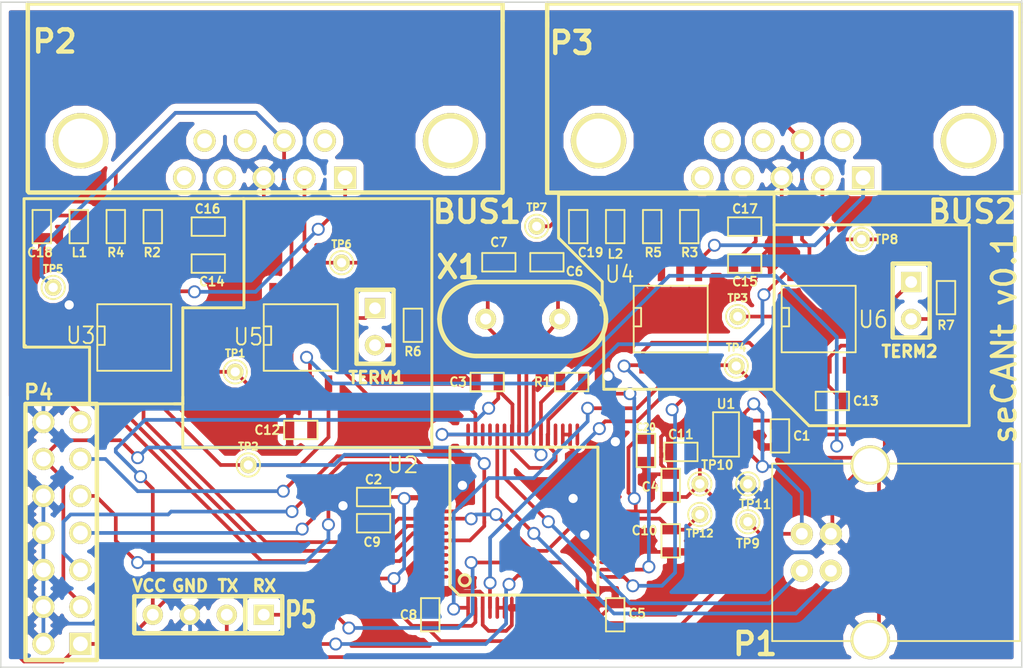
<source format=kicad_pcb>
(kicad_pcb (version 3) (host pcbnew "(2013-may-18)-stable")
  (layers (15 F.Cu signal) (0 B.Cu signal) (18 B.Paste user) (19 F.Paste user) (20 B.SilkS user) (21 F.SilkS user) (22 B.Mask user) (23 F.Mask user) (28 Edge.Cuts user))
  (net 0 "")
  (net 1 +1.2V)
  (net 2 +3.3V)
  (net 3 +5V)
  (net 4 /BUS1H)
  (net 5 /BUS1L)
  (net 6 /BUS1V+)
  (net 7 /BUS2H)
  (net 8 /BUS2L)
  (net 9 /BUS2V+)
  (net 10 /CAN0MODE0)
  (net 11 /CAN0MODE1)
  (net 12 /CAN0Rx)
  (net 13 /CAN0S)
  (net 14 /CAN0Tx)
  (net 15 /CAN1MODE0)
  (net 16 /CAN1MODE1)
  (net 17 /CAN1Rx)
  (net 18 /CAN1S)
  (net 19 /CAN1Tx)
  (net 20 /JTAG_TCK)
  (net 21 /JTAG_TDI)
  (net 22 /JTAG_TDO)
  (net 23 /JTAG_TMS)
  (net 24 /RESET)
  (net 25 /U1Rx)
  (net 26 /U1Tx)
  (net 27 /USB0DM)
  (net 28 /USB0DP)
  (net 29 GND)
  (net 30 N-0000016)
  (net 31 N-0000017)
  (net 32 N-0000028)
  (net 33 N-0000029)
  (net 34 N-000003)
  (net 35 N-000004)
  (net 36 N-0000040)
  (net 37 N-0000041)
  (module DB9MC (layer F.Cu) (at 175.26 129.99)
    (fp_text reference P2 (at -14.36 -8.09) (layer F.SilkS) (effects (font (size 1.524 1.524) (thickness 0.3048))))
    (fp_text value BUS1 (at 14.64 3.61) (layer F.SilkS) (effects (font (size 1.524 1.524) (thickness 0.3048))))
    (pad "" thru_hole circle (at 12.827 -1.27) (size 3.81 3.81) (drill 3.048) (layers *.Cu *.Mask F.SilkS))
    (pad "" thru_hole circle (at -12.573 -1.27) (size 3.81 3.81) (drill 3.048) (layers *.Cu *.Mask F.SilkS))
    (pad 1 thru_hole rect (at 5.588 1.27) (size 1.524 1.524) (drill 1.016) (layers *.Cu *.Mask F.SilkS) (net 6 /BUS1V+))
    (pad 2 thru_hole circle (at 2.794 1.27) (size 1.524 1.524) (drill 1.016) (layers *.Cu *.Mask F.SilkS) (net 5 /BUS1L))
    (pad 3 thru_hole circle (at 0 1.27) (size 1.524 1.524) (drill 1.016) (layers *.Cu *.Mask F.SilkS) (net 29 GND))
    (pad 4 thru_hole circle (at -2.667 1.27) (size 1.524 1.524) (drill 1.016) (layers *.Cu *.Mask F.SilkS))
    (pad 5 thru_hole circle (at -5.461 1.27) (size 1.524 1.524) (drill 1.016) (layers *.Cu *.Mask F.SilkS))
    (pad 9 thru_hole circle (at -4.064 -1.27) (size 1.524 1.524) (drill 1.016) (layers *.Cu *.Mask F.SilkS))
    (pad 8 thru_hole circle (at -1.27 -1.27) (size 1.524 1.524) (drill 1.016) (layers *.Cu *.Mask F.SilkS))
    (pad 7 thru_hole circle (at 1.397 -1.27) (size 1.524 1.524) (drill 1.016) (layers *.Cu *.Mask F.SilkS) (net 4 /BUS1H))
    (pad 6 thru_hole circle (at 4.191 -1.27) (size 1.524 1.524) (drill 1.016) (layers *.Cu *.Mask F.SilkS))
  )
  (module DB9MC (layer F.Cu) (at 210.82 129.99)
    (fp_text reference P3 (at -14.42 -7.99) (layer F.SilkS) (effects (font (size 1.524 1.524) (thickness 0.3048))))
    (fp_text value BUS2 (at 13.08 3.61) (layer F.SilkS) (effects (font (size 1.524 1.524) (thickness 0.3048))))
    (pad "" thru_hole circle (at 12.827 -1.27) (size 3.81 3.81) (drill 3.048) (layers *.Cu *.Mask F.SilkS))
    (pad "" thru_hole circle (at -12.573 -1.27) (size 3.81 3.81) (drill 3.048) (layers *.Cu *.Mask F.SilkS))
    (pad 1 thru_hole rect (at 5.588 1.27) (size 1.524 1.524) (drill 1.016) (layers *.Cu *.Mask F.SilkS) (net 9 /BUS2V+))
    (pad 2 thru_hole circle (at 2.794 1.27) (size 1.524 1.524) (drill 1.016) (layers *.Cu *.Mask F.SilkS) (net 8 /BUS2L))
    (pad 3 thru_hole circle (at 0 1.27) (size 1.524 1.524) (drill 1.016) (layers *.Cu *.Mask F.SilkS) (net 29 GND))
    (pad 4 thru_hole circle (at -2.667 1.27) (size 1.524 1.524) (drill 1.016) (layers *.Cu *.Mask F.SilkS))
    (pad 5 thru_hole circle (at -5.461 1.27) (size 1.524 1.524) (drill 1.016) (layers *.Cu *.Mask F.SilkS))
    (pad 9 thru_hole circle (at -4.064 -1.27) (size 1.524 1.524) (drill 1.016) (layers *.Cu *.Mask F.SilkS))
    (pad 8 thru_hole circle (at -1.27 -1.27) (size 1.524 1.524) (drill 1.016) (layers *.Cu *.Mask F.SilkS))
    (pad 7 thru_hole circle (at 1.397 -1.27) (size 1.524 1.524) (drill 1.016) (layers *.Cu *.Mask F.SilkS) (net 7 /BUS2H))
    (pad 6 thru_hole circle (at 4.191 -1.27) (size 1.524 1.524) (drill 1.016) (layers *.Cu *.Mask F.SilkS))
  )
  (module pin_array_7x2 (layer F.Cu) (at 161.4 154.4 90)
    (fp_text reference P4 (at 8.4 -1.6 180) (layer F.SilkS) (effects (font (size 1.016 1.016) (thickness 0.2032))))
    (fp_text value JTAG hide)
    (pad 1 thru_hole rect (at -8.89 1.27 90) (size 1.524 1.524) (drill 1.016) (layers *.Cu *.Mask F.SilkS) (net 2 +3.3V))
    (pad 2 thru_hole circle (at -8.89 -1.27 90) (size 1.524 1.524) (drill 1.016) (layers *.Cu *.Mask F.SilkS) (net 29 GND))
    (pad 3 thru_hole circle (at -6.35 1.27 90) (size 1.524 1.524) (drill 1.016) (layers *.Cu *.Mask F.SilkS) (net 24 /RESET))
    (pad 4 thru_hole circle (at -6.35 -1.27 90) (size 1.524 1.524) (drill 1.016) (layers *.Cu *.Mask F.SilkS) (net 29 GND))
    (pad 5 thru_hole circle (at -3.81 1.27 90) (size 1.524 1.524) (drill 1.016) (layers *.Cu *.Mask F.SilkS) (net 21 /JTAG_TDI))
    (pad 6 thru_hole circle (at -3.81 -1.27 90) (size 1.524 1.524) (drill 1.016) (layers *.Cu *.Mask F.SilkS) (net 29 GND))
    (pad 7 thru_hole circle (at -1.27 1.27 90) (size 1.524 1.524) (drill 1.016) (layers *.Cu *.Mask F.SilkS) (net 23 /JTAG_TMS))
    (pad 8 thru_hole circle (at -1.27 -1.27 90) (size 1.524 1.524) (drill 1.016) (layers *.Cu *.Mask F.SilkS) (net 29 GND))
    (pad 9 thru_hole circle (at 1.27 1.27 90) (size 1.524 1.524) (drill 1.016) (layers *.Cu *.Mask F.SilkS) (net 20 /JTAG_TCK))
    (pad 10 thru_hole circle (at 1.27 -1.27 90) (size 1.524 1.524) (drill 1.016) (layers *.Cu *.Mask F.SilkS) (net 29 GND))
    (pad 11 thru_hole circle (at 3.81 1.27 90) (size 1.524 1.524) (drill 1.016) (layers *.Cu *.Mask F.SilkS) (net 22 /JTAG_TDO))
    (pad 12 thru_hole circle (at 3.81 -1.27 90) (size 1.524 1.524) (drill 1.016) (layers *.Cu *.Mask F.SilkS) (net 24 /RESET))
    (pad 13 thru_hole circle (at 6.35 1.27 90) (size 1.524 1.524) (drill 1.016) (layers *.Cu *.Mask F.SilkS) (net 2 +3.3V))
    (pad 14 thru_hole circle (at 6.35 -1.27 90) (size 1.524 1.524) (drill 1.016) (layers *.Cu *.Mask F.SilkS) (net 29 GND))
  )
  (module USB_B (layer F.Cu) (at 216.9 157 90)
    (fp_text reference P1 (at -6.3 -7.9 180) (layer F.SilkS) (effects (font (size 1.524 1.524) (thickness 0.3048))))
    (fp_text value USB hide)
    (pad 1 thru_hole circle (at 1.27 -4.699 90) (size 1.524 1.524) (drill 0.8128) (layers *.Cu *.Mask F.SilkS) (net 3 +5V))
    (pad 2 thru_hole circle (at -1.27 -4.699 90) (size 1.524 1.524) (drill 0.8128) (layers *.Cu *.Mask F.SilkS) (net 27 /USB0DM))
    (pad 3 thru_hole circle (at -1.27 -2.70002 90) (size 1.524 1.524) (drill 0.8128) (layers *.Cu *.Mask F.SilkS) (net 28 /USB0DP))
    (pad 4 thru_hole circle (at 1.27 -2.70002 90) (size 1.524 1.524) (drill 0.8128) (layers *.Cu *.Mask F.SilkS) (net 29 GND))
    (pad 5 thru_hole circle (at 5.99948 0 90) (size 2.70002 2.70002) (drill 2.30124) (layers *.Cu *.Mask F.SilkS) (net 29 GND))
    (pad 6 thru_hole circle (at -5.99948 0 90) (size 2.70002 2.70002) (drill 2.30124) (layers *.Cu *.Mask F.SilkS) (net 29 GND))
  )
  (module TQFP_64 (layer F.Cu) (at 193.04 154.94)
    (fp_text reference U2 (at -8.24 -3.94) (layer F.SilkS) (effects (font (size 1.09982 1.09982) (thickness 0.127))))
    (fp_text value TM4C123GE6PMI hide)
    (pad 1 smd rect (at -3.74904 5.86994) (size 0.24892 1.524) (layers F.Cu F.Paste F.Mask) (net 15 /CAN1MODE0))
    (pad 2 smd oval (at -3.24866 5.86994) (size 0.24892 1.524) (layers F.Cu F.Paste F.Mask) (net 2 +3.3V))
    (pad 3 smd oval (at -2.74828 5.86994) (size 0.24892 1.524) (layers F.Cu F.Paste F.Mask) (net 29 GND))
    (pad 4 smd oval (at -2.2479 5.86994) (size 0.24892 1.524) (layers F.Cu F.Paste F.Mask) (net 16 /CAN1MODE1))
    (pad 5 smd oval (at -1.74752 5.86994) (size 0.24892 1.524) (layers F.Cu F.Paste F.Mask) (net 29 GND))
    (pad 6 smd oval (at -1.24968 5.86994) (size 0.24892 1.524) (layers F.Cu F.Paste F.Mask) (net 29 GND))
    (pad 7 smd oval (at -0.7493 5.86994) (size 0.24892 1.524) (layers F.Cu F.Paste F.Mask) (net 29 GND))
    (pad 8 smd oval (at -0.24892 5.86994) (size 0.24892 1.524) (layers F.Cu F.Paste F.Mask) (net 29 GND))
    (pad 9 smd oval (at 0.25146 5.86994) (size 0.24892 1.524) (layers F.Cu F.Paste F.Mask) (net 29 GND))
    (pad 10 smd oval (at 0.75184 5.86994) (size 0.24892 1.524) (layers F.Cu F.Paste F.Mask) (net 29 GND))
    (pad 11 smd oval (at 1.25222 5.86994) (size 0.24892 1.524) (layers F.Cu F.Paste F.Mask) (net 2 +3.3V))
    (pad 12 smd oval (at 1.75006 5.86994) (size 0.24892 1.524) (layers F.Cu F.Paste F.Mask) (net 29 GND))
    (pad 13 smd oval (at 2.25044 5.86994) (size 0.24892 1.524) (layers F.Cu F.Paste F.Mask) (net 29 GND))
    (pad 14 smd oval (at 2.75082 5.86994) (size 0.24892 1.524) (layers F.Cu F.Paste F.Mask) (net 29 GND))
    (pad 15 smd oval (at 3.2512 5.86994) (size 0.24892 1.524) (layers F.Cu F.Paste F.Mask) (net 26 /U1Tx))
    (pad 16 smd oval (at 3.75158 5.86994) (size 0.24892 1.524) (layers F.Cu F.Paste F.Mask) (net 25 /U1Rx))
    (pad 17 smd oval (at 6.0325 3.74904) (size 1.524 0.24892) (layers F.Cu F.Paste F.Mask) (net 17 /CAN1Rx))
    (pad 18 smd oval (at 6.0325 3.24866) (size 1.524 0.24892) (layers F.Cu F.Paste F.Mask) (net 19 /CAN1Tx))
    (pad 19 smd oval (at 6.0325 2.74828) (size 1.524 0.24892) (layers F.Cu F.Paste F.Mask) (net 29 GND))
    (pad 20 smd oval (at 6.0325 2.2479) (size 1.524 0.24892) (layers F.Cu F.Paste F.Mask) (net 29 GND))
    (pad 21 smd oval (at 6.0325 1.74752) (size 1.524 0.24892) (layers F.Cu F.Paste F.Mask) (net 29 GND))
    (pad 22 smd oval (at 6.0325 1.24968) (size 1.524 0.24892) (layers F.Cu F.Paste F.Mask) (net 29 GND))
    (pad 23 smd oval (at 6.0325 0.7493) (size 1.524 0.24892) (layers F.Cu F.Paste F.Mask) (net 29 GND))
    (pad 24 smd oval (at 6.0325 0.24892) (size 1.524 0.24892) (layers F.Cu F.Paste F.Mask) (net 29 GND))
    (pad 25 smd oval (at 6.0325 -0.25146) (size 1.524 0.24892) (layers F.Cu F.Paste F.Mask) (net 1 +1.2V))
    (pad 26 smd oval (at 6.0325 -0.75184) (size 1.524 0.24892) (layers F.Cu F.Paste F.Mask) (net 2 +3.3V))
    (pad 27 smd oval (at 6.0325 -1.25222) (size 1.524 0.24892) (layers F.Cu F.Paste F.Mask) (net 29 GND))
    (pad 28 smd oval (at 6.0325 -1.75006) (size 1.524 0.24892) (layers F.Cu F.Paste F.Mask) (net 29 GND))
    (pad 29 smd oval (at 6.0325 -2.25044) (size 1.524 0.24892) (layers F.Cu F.Paste F.Mask) (net 29 GND))
    (pad 30 smd oval (at 6.0325 -2.75082) (size 1.524 0.24892) (layers F.Cu F.Paste F.Mask) (net 29 GND))
    (pad 31 smd oval (at 6.0325 -3.2512) (size 1.524 0.24892) (layers F.Cu F.Paste F.Mask) (net 29 GND))
    (pad 32 smd oval (at 6.0325 -3.75158) (size 1.524 0.24892) (layers F.Cu F.Paste F.Mask) (net 29 GND))
    (pad 33 smd oval (at 3.75158 -6.0325) (size 0.24892 1.524) (layers F.Cu F.Paste F.Mask))
    (pad 34 smd oval (at 3.2512 -6.0325) (size 0.24892 1.524) (layers F.Cu F.Paste F.Mask) (net 29 GND))
    (pad 35 smd oval (at 2.75082 -6.0325) (size 0.24892 1.524) (layers F.Cu F.Paste F.Mask) (net 29 GND))
    (pad 36 smd oval (at 2.25044 -6.0325) (size 0.24892 1.524) (layers F.Cu F.Paste F.Mask))
    (pad 37 smd oval (at 1.75006 -6.0325) (size 0.24892 1.524) (layers F.Cu F.Paste F.Mask) (net 2 +3.3V))
    (pad 38 smd oval (at 1.25222 -6.0325) (size 0.24892 1.524) (layers F.Cu F.Paste F.Mask) (net 24 /RESET))
    (pad 39 smd oval (at 0.75184 -6.0325) (size 0.24892 1.524) (layers F.Cu F.Paste F.Mask) (net 29 GND))
    (pad 40 smd oval (at 0.25146 -6.0325) (size 0.24892 1.524) (layers F.Cu F.Paste F.Mask) (net 37 N-0000041))
    (pad 41 smd oval (at -0.24892 -6.0325) (size 0.24892 1.524) (layers F.Cu F.Paste F.Mask) (net 36 N-0000040))
    (pad 42 smd oval (at -0.7493 -6.0325) (size 0.24892 1.524) (layers F.Cu F.Paste F.Mask) (net 2 +3.3V))
    (pad 43 smd oval (at -1.24968 -6.0325) (size 0.24892 1.524) (layers F.Cu F.Paste F.Mask) (net 27 /USB0DM))
    (pad 44 smd oval (at -1.74752 -6.0325) (size 0.24892 1.524) (layers F.Cu F.Paste F.Mask) (net 28 /USB0DP))
    (pad 45 smd oval (at -2.2479 -6.0325) (size 0.24892 1.524) (layers F.Cu F.Paste F.Mask))
    (pad 46 smd oval (at -2.74828 -6.0325) (size 0.24892 1.524) (layers F.Cu F.Paste F.Mask))
    (pad 47 smd oval (at -3.24866 -6.0325) (size 0.24892 1.524) (layers F.Cu F.Paste F.Mask) (net 13 /CAN0S))
    (pad 48 smd oval (at -3.74904 -6.0325) (size 0.24892 1.524) (layers F.Cu F.Paste F.Mask) (net 18 /CAN1S))
    (pad 49 smd oval (at -5.86994 -3.75158) (size 1.524 0.24892) (layers F.Cu F.Paste F.Mask) (net 22 /JTAG_TDO))
    (pad 50 smd oval (at -5.86994 -3.2512) (size 1.524 0.24892) (layers F.Cu F.Paste F.Mask) (net 21 /JTAG_TDI))
    (pad 52 smd oval (at -5.86994 -2.25044) (size 1.524 0.24892) (layers F.Cu F.Paste F.Mask) (net 20 /JTAG_TCK))
    (pad 51 smd oval (at -5.88772 -2.75082) (size 1.524 0.24892) (layers F.Cu F.Paste F.Mask) (net 23 /JTAG_TMS))
    (pad 53 smd oval (at -5.86994 -1.75006) (size 1.524 0.24892) (layers F.Cu F.Paste F.Mask) (net 29 GND))
    (pad 54 smd oval (at -5.86994 -1.25222) (size 1.524 0.24892) (layers F.Cu F.Paste F.Mask) (net 2 +3.3V))
    (pad 55 smd oval (at -5.86994 -0.75184) (size 1.524 0.24892) (layers F.Cu F.Paste F.Mask) (net 29 GND))
    (pad 56 smd oval (at -5.86994 -0.25146) (size 1.524 0.24892) (layers F.Cu F.Paste F.Mask) (net 1 +1.2V))
    (pad 57 smd oval (at -5.86994 0.24892) (size 1.524 0.24892) (layers F.Cu F.Paste F.Mask) (net 11 /CAN0MODE1))
    (pad 58 smd oval (at -5.86994 0.7493) (size 1.524 0.24892) (layers F.Cu F.Paste F.Mask) (net 10 /CAN0MODE0))
    (pad 59 smd oval (at -5.86994 1.24206) (size 1.524 0.24892) (layers F.Cu F.Paste F.Mask) (net 12 /CAN0Rx))
    (pad 60 smd oval (at -5.86994 1.74244) (size 1.524 0.24892) (layers F.Cu F.Paste F.Mask) (net 14 /CAN0Tx))
    (pad 61 smd oval (at -5.86994 2.24282) (size 1.524 0.24892) (layers F.Cu F.Paste F.Mask) (net 29 GND))
    (pad 62 smd oval (at -5.86994 2.7432) (size 1.524 0.24892) (layers F.Cu F.Paste F.Mask) (net 29 GND))
    (pad 63 smd oval (at -5.86994 3.24104) (size 1.524 0.24892) (layers F.Cu F.Paste F.Mask) (net 29 GND))
    (pad 64 smd oval (at -5.86994 3.74142) (size 1.524 0.24892) (layers F.Cu F.Paste F.Mask) (net 29 GND))
  )
  (module SOT23-5 (layer F.Cu) (at 207 148.9 90)
    (fp_text reference U1 (at 2.1 0 180) (layer F.SilkS) (effects (font (size 0.635 0.635) (thickness 0.127))))
    (fp_text value TLV70033QDDCRQ1 hide)
    (pad 1 smd rect (at -0.9525 1.27 90) (size 0.508 0.762) (layers F.Cu F.Paste F.Mask) (net 3 +5V))
    (pad 3 smd rect (at 0.9525 1.27 90) (size 0.508 0.762) (layers F.Cu F.Paste F.Mask) (net 3 +5V))
    (pad 5 smd rect (at -0.9525 -1.27 90) (size 0.508 0.762) (layers F.Cu F.Paste F.Mask) (net 2 +3.3V))
    (pad 2 smd rect (at 0 1.27 90) (size 0.508 0.762) (layers F.Cu F.Paste F.Mask) (net 29 GND))
    (pad 4 smd rect (at 0.9525 -1.27 90) (size 0.508 0.762) (layers F.Cu F.Paste F.Mask))
  )
  (module SO8N (layer F.Cu) (at 166.37 142.24)
    (fp_text reference U3 (at -3.67 -0.14) (layer F.SilkS) (effects (font (size 1.143 1.016) (thickness 0.127))))
    (fp_text value NCV7356 hide)
    (pad 8 smd rect (at -1.905 -3.175) (size 0.508 1.143) (layers F.Cu F.Paste F.Mask) (net 29 GND))
    (pad 7 smd rect (at -0.635 -3.175) (size 0.508 1.143) (layers F.Cu F.Paste F.Mask) (net 33 N-0000029))
    (pad 6 smd rect (at 0.635 -3.175) (size 0.508 1.143) (layers F.Cu F.Paste F.Mask) (net 32 N-0000028))
    (pad 5 smd rect (at 1.905 -3.175) (size 0.508 1.143) (layers F.Cu F.Paste F.Mask) (net 6 /BUS1V+))
    (pad 4 smd rect (at 1.905 3.175) (size 0.508 1.143) (layers F.Cu F.Paste F.Mask) (net 12 /CAN0Rx))
    (pad 3 smd rect (at 0.635 3.175) (size 0.508 1.143) (layers F.Cu F.Paste F.Mask) (net 11 /CAN0MODE1))
    (pad 2 smd rect (at -0.635 3.175) (size 0.508 1.143) (layers F.Cu F.Paste F.Mask) (net 10 /CAN0MODE0))
    (pad 1 smd rect (at -1.905 3.175) (size 0.508 1.143) (layers F.Cu F.Paste F.Mask) (net 14 /CAN0Tx))
  )
  (module SO8N (layer F.Cu) (at 203.2 140.97)
    (fp_text reference U4 (at -3.5 -3.07) (layer F.SilkS) (effects (font (size 1.143 1.016) (thickness 0.127))))
    (fp_text value NCV7356 hide)
    (pad 8 smd rect (at -1.905 -3.175) (size 0.508 1.143) (layers F.Cu F.Paste F.Mask) (net 29 GND))
    (pad 7 smd rect (at -0.635 -3.175) (size 0.508 1.143) (layers F.Cu F.Paste F.Mask) (net 35 N-000004))
    (pad 6 smd rect (at 0.635 -3.175) (size 0.508 1.143) (layers F.Cu F.Paste F.Mask) (net 34 N-000003))
    (pad 5 smd rect (at 1.905 -3.175) (size 0.508 1.143) (layers F.Cu F.Paste F.Mask) (net 9 /BUS2V+))
    (pad 4 smd rect (at 1.905 3.175) (size 0.508 1.143) (layers F.Cu F.Paste F.Mask) (net 17 /CAN1Rx))
    (pad 3 smd rect (at 0.635 3.175) (size 0.508 1.143) (layers F.Cu F.Paste F.Mask) (net 16 /CAN1MODE1))
    (pad 2 smd rect (at -0.635 3.175) (size 0.508 1.143) (layers F.Cu F.Paste F.Mask) (net 15 /CAN1MODE0))
    (pad 1 smd rect (at -1.905 3.175) (size 0.508 1.143) (layers F.Cu F.Paste F.Mask) (net 19 /CAN1Tx))
  )
  (module SO8N (layer F.Cu) (at 213.36 140.97)
    (fp_text reference U6 (at 3.74 0.03) (layer F.SilkS) (effects (font (size 1.143 1.016) (thickness 0.127))))
    (fp_text value TJA1051T hide)
    (pad 8 smd rect (at -1.905 -3.175) (size 0.508 1.143) (layers F.Cu F.Paste F.Mask) (net 18 /CAN1S))
    (pad 7 smd rect (at -0.635 -3.175) (size 0.508 1.143) (layers F.Cu F.Paste F.Mask) (net 7 /BUS2H))
    (pad 6 smd rect (at 0.635 -3.175) (size 0.508 1.143) (layers F.Cu F.Paste F.Mask) (net 8 /BUS2L))
    (pad 5 smd rect (at 1.905 -3.175) (size 0.508 1.143) (layers F.Cu F.Paste F.Mask))
    (pad 4 smd rect (at 1.905 3.175) (size 0.508 1.143) (layers F.Cu F.Paste F.Mask) (net 17 /CAN1Rx))
    (pad 3 smd rect (at 0.635 3.175) (size 0.508 1.143) (layers F.Cu F.Paste F.Mask) (net 3 +5V))
    (pad 2 smd rect (at -0.635 3.175) (size 0.508 1.143) (layers F.Cu F.Paste F.Mask) (net 29 GND))
    (pad 1 smd rect (at -1.905 3.175) (size 0.508 1.143) (layers F.Cu F.Paste F.Mask) (net 19 /CAN1Tx))
  )
  (module SO8N (layer F.Cu) (at 177.8 142.24)
    (fp_text reference U5 (at -3.6 -0.04) (layer F.SilkS) (effects (font (size 1.143 1.016) (thickness 0.127))))
    (fp_text value TJA1051T hide)
    (pad 8 smd rect (at -1.905 -3.175) (size 0.508 1.143) (layers F.Cu F.Paste F.Mask) (net 13 /CAN0S))
    (pad 7 smd rect (at -0.635 -3.175) (size 0.508 1.143) (layers F.Cu F.Paste F.Mask) (net 4 /BUS1H))
    (pad 6 smd rect (at 0.635 -3.175) (size 0.508 1.143) (layers F.Cu F.Paste F.Mask) (net 5 /BUS1L))
    (pad 5 smd rect (at 1.905 -3.175) (size 0.508 1.143) (layers F.Cu F.Paste F.Mask))
    (pad 4 smd rect (at 1.905 3.175) (size 0.508 1.143) (layers F.Cu F.Paste F.Mask) (net 12 /CAN0Rx))
    (pad 3 smd rect (at 0.635 3.175) (size 0.508 1.143) (layers F.Cu F.Paste F.Mask) (net 3 +5V))
    (pad 2 smd rect (at -0.635 3.175) (size 0.508 1.143) (layers F.Cu F.Paste F.Mask) (net 29 GND))
    (pad 1 smd rect (at -1.905 3.175) (size 0.508 1.143) (layers F.Cu F.Paste F.Mask) (net 14 /CAN0Tx))
  )
  (module SM0603 (layer F.Cu) (at 208.28 134.62)
    (fp_text reference C17 (at 0.02 -1.22) (layer F.SilkS) (effects (font (size 0.6 0.6) (thickness 0.13))))
    (fp_text value 100pF hide)
    (pad 1 smd rect (at -0.762 0) (size 0.635 1.143) (layers F.Cu F.Paste F.Mask) (net 35 N-000004))
    (pad 2 smd rect (at 0.762 0) (size 0.635 1.143) (layers F.Cu F.Paste F.Mask) (net 9 /BUS2V+))
  )
  (module SM0603 (layer F.Cu) (at 204.47 134.62 90)
    (fp_text reference R3 (at -1.78 0.03 180) (layer F.SilkS) (effects (font (size 0.6 0.6) (thickness 0.13))))
    (fp_text value 6.49k hide)
    (pad 1 smd rect (at -0.762 0 90) (size 0.635 1.143) (layers F.Cu F.Paste F.Mask) (net 34 N-000003))
    (pad 2 smd rect (at 0.762 0 90) (size 0.635 1.143) (layers F.Cu F.Paste F.Mask) (net 35 N-000004))
  )
  (module SM0603 (layer F.Cu) (at 201.93 134.62 90)
    (fp_text reference R5 (at -1.78 0.07 180) (layer F.SilkS) (effects (font (size 0.6 0.6) (thickness 0.13))))
    (fp_text value 1k hide)
    (pad 1 smd rect (at -0.762 0 90) (size 0.635 1.143) (layers F.Cu F.Paste F.Mask) (net 35 N-000004))
    (pad 2 smd rect (at 0.762 0 90) (size 0.635 1.143) (layers F.Cu F.Paste F.Mask) (net 7 /BUS2H))
  )
  (module SM0603 (layer F.Cu) (at 208.28 137.16)
    (fp_text reference C15 (at 0.02 1.24) (layer F.SilkS) (effects (font (size 0.6 0.6) (thickness 0.13))))
    (fp_text value 0.1uF hide)
    (pad 1 smd rect (at -0.762 0) (size 0.635 1.143) (layers F.Cu F.Paste F.Mask) (net 9 /BUS2V+))
    (pad 2 smd rect (at 0.762 0) (size 0.635 1.143) (layers F.Cu F.Paste F.Mask) (net 29 GND))
  )
  (module SM0603 (layer F.Cu) (at 199.39 134.62 90)
    (fp_text reference L2 (at -1.88 0.01 180) (layer F.SilkS) (effects (font (size 0.6 0.6) (thickness 0.13))))
    (fp_text value "47 uH" hide)
    (pad 1 smd rect (at -0.762 0 90) (size 0.635 1.143) (layers F.Cu F.Paste F.Mask) (net 35 N-000004))
    (pad 2 smd rect (at 0.762 0 90) (size 0.635 1.143) (layers F.Cu F.Paste F.Mask) (net 7 /BUS2H))
  )
  (module SM0603 (layer F.Cu) (at 196.85 134.62 90)
    (fp_text reference C19 (at -1.78 0.85 180) (layer F.SilkS) (effects (font (size 0.6 0.6) (thickness 0.13))))
    (fp_text value 100pF hide)
    (pad 1 smd rect (at -0.762 0 90) (size 0.635 1.143) (layers F.Cu F.Paste F.Mask) (net 29 GND))
    (pad 2 smd rect (at 0.762 0 90) (size 0.635 1.143) (layers F.Cu F.Paste F.Mask) (net 7 /BUS2H))
  )
  (module SM0603 (layer F.Cu) (at 167.64 134.62 90)
    (fp_text reference R2 (at -1.78 -0.04 180) (layer F.SilkS) (effects (font (size 0.6 0.6) (thickness 0.13))))
    (fp_text value 6.49k hide)
    (pad 1 smd rect (at -0.762 0 90) (size 0.635 1.143) (layers F.Cu F.Paste F.Mask) (net 32 N-0000028))
    (pad 2 smd rect (at 0.762 0 90) (size 0.635 1.143) (layers F.Cu F.Paste F.Mask) (net 33 N-0000029))
  )
  (module SM0603 (layer F.Cu) (at 162.56 134.62 90)
    (fp_text reference L1 (at -1.78 0.04 180) (layer F.SilkS) (effects (font (size 0.6 0.6) (thickness 0.13))))
    (fp_text value "47 uH" hide)
    (pad 1 smd rect (at -0.762 0 90) (size 0.635 1.143) (layers F.Cu F.Paste F.Mask) (net 33 N-0000029))
    (pad 2 smd rect (at 0.762 0 90) (size 0.635 1.143) (layers F.Cu F.Paste F.Mask) (net 4 /BUS1H))
  )
  (module SM0603 (layer F.Cu) (at 165.1 134.62 90)
    (fp_text reference R4 (at -1.78 0 180) (layer F.SilkS) (effects (font (size 0.6 0.6) (thickness 0.13))))
    (fp_text value 1k hide)
    (pad 1 smd rect (at -0.762 0 90) (size 0.635 1.143) (layers F.Cu F.Paste F.Mask) (net 33 N-0000029))
    (pad 2 smd rect (at 0.762 0 90) (size 0.635 1.143) (layers F.Cu F.Paste F.Mask) (net 4 /BUS1H))
  )
  (module SM0603 (layer F.Cu) (at 171.45 137.16)
    (fp_text reference C14 (at 0.25 1.24) (layer F.SilkS) (effects (font (size 0.6 0.6) (thickness 0.13))))
    (fp_text value 0.1uF hide)
    (pad 1 smd rect (at -0.762 0) (size 0.635 1.143) (layers F.Cu F.Paste F.Mask) (net 6 /BUS1V+))
    (pad 2 smd rect (at 0.762 0) (size 0.635 1.143) (layers F.Cu F.Paste F.Mask) (net 29 GND))
  )
  (module SM0603 (layer F.Cu) (at 171.45 134.62)
    (fp_text reference C16 (at -0.05 -1.22) (layer F.SilkS) (effects (font (size 0.6 0.6) (thickness 0.13))))
    (fp_text value 100pF hide)
    (pad 1 smd rect (at -0.762 0) (size 0.635 1.143) (layers F.Cu F.Paste F.Mask) (net 33 N-0000029))
    (pad 2 smd rect (at 0.762 0) (size 0.635 1.143) (layers F.Cu F.Paste F.Mask) (net 6 /BUS1V+))
  )
  (module SM0603 (layer F.Cu) (at 160.02 134.62 90)
    (fp_text reference C18 (at -1.78 -0.12 180) (layer F.SilkS) (effects (font (size 0.6 0.6) (thickness 0.13))))
    (fp_text value 100pF hide)
    (pad 1 smd rect (at -0.762 0 90) (size 0.635 1.143) (layers F.Cu F.Paste F.Mask) (net 29 GND))
    (pad 2 smd rect (at 0.762 0 90) (size 0.635 1.143) (layers F.Cu F.Paste F.Mask) (net 4 /BUS1H))
  )
  (module SM0603 (layer F.Cu) (at 185.5 141.4 270)
    (fp_text reference R6 (at 1.8 0 360) (layer F.SilkS) (effects (font (size 0.6 0.6) (thickness 0.13))))
    (fp_text value 120 hide)
    (pad 1 smd rect (at -0.762 0 270) (size 0.635 1.143) (layers F.Cu F.Paste F.Mask) (net 5 /BUS1L))
    (pad 2 smd rect (at 0.762 0 270) (size 0.635 1.143) (layers F.Cu F.Paste F.Mask) (net 31 N-0000017))
  )
  (module SM0603 (layer F.Cu) (at 222.1 139.5 270)
    (fp_text reference R7 (at 1.9 0 360) (layer F.SilkS) (effects (font (size 0.6 0.6) (thickness 0.13))))
    (fp_text value 120 hide)
    (pad 1 smd rect (at -0.762 0 270) (size 0.635 1.143) (layers F.Cu F.Paste F.Mask) (net 8 /BUS2L))
    (pad 2 smd rect (at 0.762 0 270) (size 0.635 1.143) (layers F.Cu F.Paste F.Mask) (net 30 N-0000016))
  )
  (module SM0603 (layer F.Cu) (at 196.4 145.3 180)
    (fp_text reference R1 (at 2 0 180) (layer F.SilkS) (effects (font (size 0.6 0.6) (thickness 0.13))))
    (fp_text value 10k hide)
    (pad 1 smd rect (at -0.762 0 180) (size 0.635 1.143) (layers F.Cu F.Paste F.Mask) (net 2 +3.3V))
    (pad 2 smd rect (at 0.762 0 180) (size 0.635 1.143) (layers F.Cu F.Paste F.Mask) (net 24 /RESET))
  )
  (module SM0603 (layer F.Cu) (at 203.9 150.1 180)
    (fp_text reference C11 (at 0 1.2 180) (layer F.SilkS) (effects (font (size 0.6 0.6) (thickness 0.13))))
    (fp_text value 1uF hide)
    (pad 1 smd rect (at -0.762 0 180) (size 0.635 1.143) (layers F.Cu F.Paste F.Mask) (net 2 +3.3V))
    (pad 2 smd rect (at 0.762 0 180) (size 0.635 1.143) (layers F.Cu F.Paste F.Mask) (net 29 GND))
  )
  (module SM0603 (layer F.Cu) (at 210.7 149 270)
    (fp_text reference C1 (at 0 -1.5 360) (layer F.SilkS) (effects (font (size 0.6 0.6) (thickness 0.13))))
    (fp_text value C hide)
    (pad 1 smd rect (at -0.762 0 270) (size 0.635 1.143) (layers F.Cu F.Paste F.Mask) (net 3 +5V))
    (pad 2 smd rect (at 0.762 0 270) (size 0.635 1.143) (layers F.Cu F.Paste F.Mask) (net 29 GND))
  )
  (module SM0603 (layer F.Cu) (at 177.8 148.59 180)
    (fp_text reference C12 (at 2.3 -0.01 180) (layer F.SilkS) (effects (font (size 0.6 0.6) (thickness 0.13))))
    (fp_text value 0.1uF hide)
    (pad 1 smd rect (at -0.762 0 180) (size 0.635 1.143) (layers F.Cu F.Paste F.Mask) (net 3 +5V))
    (pad 2 smd rect (at 0.762 0 180) (size 0.635 1.143) (layers F.Cu F.Paste F.Mask) (net 29 GND))
  )
  (module SM0603 (layer F.Cu) (at 214.3 146.6 180)
    (fp_text reference C13 (at -2.3 0 180) (layer F.SilkS) (effects (font (size 0.6 0.6) (thickness 0.13))))
    (fp_text value 0.1uF hide)
    (pad 1 smd rect (at -0.762 0 180) (size 0.635 1.143) (layers F.Cu F.Paste F.Mask) (net 3 +5V))
    (pad 2 smd rect (at 0.762 0 180) (size 0.635 1.143) (layers F.Cu F.Paste F.Mask) (net 29 GND))
  )
  (module SM0603 (layer F.Cu) (at 203.2 156.21 270)
    (fp_text reference C10 (at -0.71 1.8 360) (layer F.SilkS) (effects (font (size 0.6 0.6) (thickness 0.13))))
    (fp_text value 0.1uF hide)
    (pad 1 smd rect (at -0.762 0 270) (size 0.635 1.143) (layers F.Cu F.Paste F.Mask) (net 1 +1.2V))
    (pad 2 smd rect (at 0.762 0 270) (size 0.635 1.143) (layers F.Cu F.Paste F.Mask) (net 29 GND))
  )
  (module SM0603 (layer F.Cu) (at 182.8 155 180)
    (fp_text reference C9 (at 0.1 -1.3 180) (layer F.SilkS) (effects (font (size 0.6 0.6) (thickness 0.13))))
    (fp_text value 2.2uF hide)
    (pad 1 smd rect (at -0.762 0 180) (size 0.635 1.143) (layers F.Cu F.Paste F.Mask) (net 1 +1.2V))
    (pad 2 smd rect (at 0.762 0 180) (size 0.635 1.143) (layers F.Cu F.Paste F.Mask) (net 29 GND))
  )
  (module SM0603 (layer F.Cu) (at 191.4 137.07)
    (fp_text reference C7 (at 0 -1.37) (layer F.SilkS) (effects (font (size 0.6 0.6) (thickness 0.13))))
    (fp_text value ?pF hide)
    (pad 1 smd rect (at -0.762 0) (size 0.635 1.143) (layers F.Cu F.Paste F.Mask) (net 36 N-0000040))
    (pad 2 smd rect (at 0.762 0) (size 0.635 1.143) (layers F.Cu F.Paste F.Mask) (net 29 GND))
  )
  (module SM0603 (layer F.Cu) (at 194.7 137.07)
    (fp_text reference C6 (at 1.9 0.63) (layer F.SilkS) (effects (font (size 0.6 0.6) (thickness 0.13))))
    (fp_text value ?pF hide)
    (pad 1 smd rect (at -0.762 0) (size 0.635 1.143) (layers F.Cu F.Paste F.Mask) (net 29 GND))
    (pad 2 smd rect (at 0.762 0) (size 0.635 1.143) (layers F.Cu F.Paste F.Mask) (net 37 N-0000041))
  )
  (module SM0603 (layer F.Cu) (at 186.69 161.29 90)
    (fp_text reference C8 (at -0.01 -1.49 180) (layer F.SilkS) (effects (font (size 0.6 0.6) (thickness 0.13))))
    (fp_text value 1uF hide)
    (pad 1 smd rect (at -0.762 0 90) (size 0.635 1.143) (layers F.Cu F.Paste F.Mask) (net 2 +3.3V))
    (pad 2 smd rect (at 0.762 0 90) (size 0.635 1.143) (layers F.Cu F.Paste F.Mask) (net 29 GND))
  )
  (module SM0603 (layer F.Cu) (at 182.8 153.2 180)
    (fp_text reference C2 (at 0 1.2 180) (layer F.SilkS) (effects (font (size 0.6 0.6) (thickness 0.13))))
    (fp_text value 0.1uF hide)
    (pad 1 smd rect (at -0.762 0 180) (size 0.635 1.143) (layers F.Cu F.Paste F.Mask) (net 2 +3.3V))
    (pad 2 smd rect (at 0.762 0 180) (size 0.635 1.143) (layers F.Cu F.Paste F.Mask) (net 29 GND))
  )
  (module SM0603 (layer F.Cu) (at 190.6 145.3 180)
    (fp_text reference C3 (at 2 0 180) (layer F.SilkS) (effects (font (size 0.6 0.6) (thickness 0.13))))
    (fp_text value 0.1uF hide)
    (pad 1 smd rect (at -0.762 0 180) (size 0.635 1.143) (layers F.Cu F.Paste F.Mask) (net 2 +3.3V))
    (pad 2 smd rect (at 0.762 0 180) (size 0.635 1.143) (layers F.Cu F.Paste F.Mask) (net 29 GND))
  )
  (module SM0603 (layer F.Cu) (at 203.2 152.4 90)
    (fp_text reference C4 (at -0.1 -1.4 180) (layer F.SilkS) (effects (font (size 0.6 0.6) (thickness 0.13))))
    (fp_text value 0.1uF hide)
    (pad 1 smd rect (at -0.762 0 90) (size 0.635 1.143) (layers F.Cu F.Paste F.Mask) (net 2 +3.3V))
    (pad 2 smd rect (at 0.762 0 90) (size 0.635 1.143) (layers F.Cu F.Paste F.Mask) (net 29 GND))
  )
  (module SM0603 (layer F.Cu) (at 199.39 161.29 90)
    (fp_text reference C5 (at 0.09 1.51 180) (layer F.SilkS) (effects (font (size 0.6 0.6) (thickness 0.13))))
    (fp_text value 0.1uF hide)
    (pad 1 smd rect (at -0.762 0 90) (size 0.635 1.143) (layers F.Cu F.Paste F.Mask) (net 2 +3.3V))
    (pad 2 smd rect (at 0.762 0 90) (size 0.635 1.143) (layers F.Cu F.Paste F.Mask) (net 29 GND))
  )
  (module SIL-4 (layer F.Cu) (at 171.45 161.29 180)
    (fp_text reference P5 (at -6.35 -0.01 180) (layer F.SilkS) (effects (font (size 1.73482 1.08712) (thickness 0.3048))))
    (fp_text value UART hide)
    (pad 1 thru_hole rect (at -3.81 0 180) (size 1.397 1.397) (drill 0.8128) (layers *.Cu *.Mask F.SilkS) (net 25 /U1Rx))
    (pad 2 thru_hole circle (at -1.27 0 180) (size 1.397 1.397) (drill 0.8128) (layers *.Cu *.Mask F.SilkS) (net 26 /U1Tx))
    (pad 3 thru_hole circle (at 1.27 0 180) (size 1.397 1.397) (drill 0.8128) (layers *.Cu *.Mask F.SilkS) (net 29 GND))
    (pad 4 thru_hole circle (at 3.81 0 180) (size 1.397 1.397) (drill 0.8128) (layers *.Cu *.Mask F.SilkS) (net 2 +3.3V))
  )
  (module SIL-2 (layer F.Cu) (at 182.9 141.5 270)
    (fp_text reference TERM1 (at 3.5 -0.1 360) (layer F.SilkS) (effects (font (size 0.8 0.8) (thickness 0.2))))
    (fp_text value "BUS1 TERM" hide)
    (pad 1 thru_hole rect (at -1.27 0 270) (size 1.397 1.397) (drill 0.8128) (layers *.Cu *.Mask F.SilkS) (net 4 /BUS1H))
    (pad 2 thru_hole circle (at 1.27 0 270) (size 1.397 1.397) (drill 0.8128) (layers *.Cu *.Mask F.SilkS) (net 31 N-0000017))
  )
  (module SIL-2 (layer F.Cu) (at 219.71 139.7 270)
    (fp_text reference TERM2 (at 3.5 0.11 360) (layer F.SilkS) (effects (font (size 0.8 0.8) (thickness 0.2))))
    (fp_text value "BUS2 TERM" hide)
    (pad 1 thru_hole rect (at -1.27 0 270) (size 1.397 1.397) (drill 0.8128) (layers *.Cu *.Mask F.SilkS) (net 7 /BUS2H))
    (pad 2 thru_hole circle (at 1.27 0 270) (size 1.397 1.397) (drill 0.8128) (layers *.Cu *.Mask F.SilkS) (net 30 N-0000016))
  )
  (module PINTST (layer F.Cu) (at 174.2 151)
    (fp_text reference TP2 (at 0 -1.26746) (layer F.SilkS) (effects (font (size 0.508 0.508) (thickness 0.127))))
    (fp_text value TST hide)
    (pad 1 thru_hole circle (at 0 0) (size 1.143 1.143) (drill 0.635) (layers *.Cu *.Mask F.SilkS) (net 12 /CAN0Rx))
  )
  (module PINTST (layer F.Cu) (at 207.8 140.8)
    (fp_text reference TP3 (at 0 -1.26746) (layer F.SilkS) (effects (font (size 0.508 0.508) (thickness 0.127))))
    (fp_text value TST hide)
    (pad 1 thru_hole circle (at 0 0) (size 1.143 1.143) (drill 0.635) (layers *.Cu *.Mask F.SilkS) (net 19 /CAN1Tx))
  )
  (module PINTST (layer F.Cu) (at 207.7 144.2)
    (fp_text reference TP4 (at 0 -1.26746) (layer F.SilkS) (effects (font (size 0.508 0.508) (thickness 0.127))))
    (fp_text value TST hide)
    (pad 1 thru_hole circle (at 0 0) (size 1.143 1.143) (drill 0.635) (layers *.Cu *.Mask F.SilkS) (net 17 /CAN1Rx))
  )
  (module PINTST (layer F.Cu) (at 160.8 138.8)
    (fp_text reference TP5 (at 0 -1.26746) (layer F.SilkS) (effects (font (size 0.508 0.508) (thickness 0.127))))
    (fp_text value TST hide)
    (pad 1 thru_hole circle (at 0 0) (size 1.143 1.143) (drill 0.635) (layers *.Cu *.Mask F.SilkS) (net 4 /BUS1H))
  )
  (module PINTST (layer F.Cu) (at 180.6 137.1)
    (fp_text reference TP6 (at 0 -1.26746) (layer F.SilkS) (effects (font (size 0.508 0.508) (thickness 0.127))))
    (fp_text value TST hide)
    (pad 1 thru_hole circle (at 0 0) (size 1.143 1.143) (drill 0.635) (layers *.Cu *.Mask F.SilkS) (net 5 /BUS1L))
  )
  (module PINTST (layer F.Cu) (at 194 134.6)
    (fp_text reference TP7 (at 0 -1.3) (layer F.SilkS) (effects (font (size 0.508 0.508) (thickness 0.127))))
    (fp_text value TST hide)
    (pad 1 thru_hole circle (at 0 0) (size 1.143 1.143) (drill 0.635) (layers *.Cu *.Mask F.SilkS) (net 7 /BUS2H))
  )
  (module PINTST (layer F.Cu) (at 216.3 135.5)
    (fp_text reference TP8 (at 1.7 0) (layer F.SilkS) (effects (font (size 0.6 0.6) (thickness 0.13))))
    (fp_text value TST hide)
    (pad 1 thru_hole circle (at 0 0) (size 1.143 1.143) (drill 0.635) (layers *.Cu *.Mask F.SilkS) (net 8 /BUS2L))
  )
  (module PINTST (layer F.Cu) (at 208.5 154.9)
    (fp_text reference TP9 (at 0 1.5) (layer F.SilkS) (effects (font (size 0.6 0.6) (thickness 0.13))))
    (fp_text value TST hide)
    (pad 1 thru_hole circle (at 0 0) (size 1.143 1.143) (drill 0.635) (layers *.Cu *.Mask F.SilkS) (net 3 +5V))
  )
  (module PINTST (layer F.Cu) (at 205.2 152.3)
    (fp_text reference TP10 (at 1.2 -1.3) (layer F.SilkS) (effects (font (size 0.6 0.6) (thickness 0.13))))
    (fp_text value TST hide)
    (pad 1 thru_hole circle (at 0 0) (size 1.143 1.143) (drill 0.635) (layers *.Cu *.Mask F.SilkS) (net 2 +3.3V))
  )
  (module PINTST (layer F.Cu) (at 208.5 152.3)
    (fp_text reference TP11 (at 0.5 1.4) (layer F.SilkS) (effects (font (size 0.6 0.6) (thickness 0.13))))
    (fp_text value TST hide)
    (pad 1 thru_hole circle (at 0 0) (size 1.143 1.143) (drill 0.635) (layers *.Cu *.Mask F.SilkS) (net 29 GND))
  )
  (module HC-49V (layer F.Cu) (at 193.04 140.97)
    (fp_text reference X1 (at -4.44 -3.57) (layer F.SilkS) (effects (font (size 1.524 1.524) (thickness 0.3048))))
    (fp_text value "16 MHz" hide)
    (pad 1 thru_hole circle (at -2.54 0) (size 1.4224 1.4224) (drill 0.762) (layers *.Cu *.Mask F.SilkS) (net 36 N-0000040))
    (pad 2 thru_hole circle (at 2.54 0) (size 1.4224 1.4224) (drill 0.762) (layers *.Cu *.Mask F.SilkS) (net 37 N-0000041))
  )
  (module PINTST (layer F.Cu) (at 173.3 144.6)
    (fp_text reference TP1 (at 0 -1.26746) (layer F.SilkS) (effects (font (size 0.508 0.508) (thickness 0.127))))
    (fp_text value TST hide)
    (pad 1 thru_hole circle (at 0 0) (size 1.143 1.143) (drill 0.635) (layers *.Cu *.Mask F.SilkS) (net 14 /CAN0Tx))
  )
  (module SM0603 (layer F.Cu) (at 201.5 150 270)
    (fp_text reference C20 (at -1.6 0 360) (layer F.SilkS) (effects (font (size 0.508 0.4572) (thickness 0.1143))))
    (fp_text value 0.1uF hide)
    (pad 1 smd rect (at -0.762 0 270) (size 0.635 1.143) (layers F.Cu F.Paste F.Mask) (net 2 +3.3V))
    (pad 2 smd rect (at 0.762 0 270) (size 0.635 1.143) (layers F.Cu F.Paste F.Mask) (net 29 GND))
  )
  (module PINTST (layer F.Cu) (at 205.2 154.4)
    (fp_text reference TP12 (at 0 1.3) (layer F.SilkS) (effects (font (size 0.508 0.508) (thickness 0.127))))
    (fp_text value TST hide)
    (pad 1 thru_hole circle (at 0 0) (size 1.143 1.143) (drill 0.635) (layers *.Cu *.Mask F.SilkS) (net 1 +1.2V))
  )
  (gr_line (start 157.2 119.2) (end 157.2 164.9) (angle 90) (layer Edge.Cuts) (width 0.1))
  (gr_line (start 227.3 119.2) (end 157.2 119.2) (angle 90) (layer Edge.Cuts) (width 0.1))
  (gr_line (start 227.3 164.9) (end 227.3 119.1) (angle 90) (layer Edge.Cuts) (width 0.1))
  (gr_line (start 158.9 142.9) (end 158.9 142.8) (angle 90) (layer F.SilkS) (width 0.2))
  (gr_line (start 163.3 142.9) (end 158.9 142.9) (angle 90) (layer F.SilkS) (width 0.2))
  (gr_line (start 227.3 164.9) (end 157.2 164.9) (angle 90) (layer Edge.Cuts) (width 0.1))
  (gr_line (start 223.7 134.5) (end 223.7 148.2) (angle 90) (layer F.SilkS) (width 0.2))
  (gr_line (start 210.3 134.5) (end 223.7 134.5) (angle 90) (layer F.SilkS) (width 0.2))
  (gr_line (start 223.7 132.4) (end 221.7 132.4) (angle 90) (layer F.SilkS) (width 0.2))
  (gr_line (start 212.7 148.3) (end 223.7 148.3) (angle 90) (layer F.SilkS) (width 0.2))
  (gr_line (start 210.2 145.8) (end 212.7 148.3) (angle 90) (layer F.SilkS) (width 0.2))
  (gr_line (start 210.3 145.8) (end 198.6 145.8) (angle 90) (layer F.SilkS) (width 0.2))
  (gr_line (start 198.6 141.7) (end 198.6 145.7) (angle 90) (layer F.SilkS) (width 0.2))
  (gr_line (start 210.3 132.4) (end 210.3 145.8) (angle 90) (layer F.SilkS) (width 0.2))
  (gr_line (start 195.5 132.4) (end 210.3 132.4) (angle 90) (layer F.SilkS) (width 0.2))
  (gr_line (start 195.5 135.3) (end 195.5 132.4) (angle 90) (layer F.SilkS) (width 0.2))
  (gr_line (start 198.5 140) (end 198.4 140) (angle 90) (layer F.SilkS) (width 0.2))
  (gr_line (start 198.5 138.4) (end 198.5 140) (angle 90) (layer F.SilkS) (width 0.2))
  (gr_line (start 195.5 135.4) (end 198.5 138.4) (angle 90) (layer F.SilkS) (width 0.2))
  (gr_line (start 169.7 149.8) (end 169.7 146.3) (angle 90) (layer F.SilkS) (width 0.2))
  (gr_line (start 186.8 149.8) (end 169.7 149.8) (angle 90) (layer F.SilkS) (width 0.2))
  (gr_line (start 186.8 132.7) (end 186.8 149.8) (angle 90) (layer F.SilkS) (width 0.2))
  (gr_line (start 173.8 132.7) (end 186.8 132.7) (angle 90) (layer F.SilkS) (width 0.2))
  (gr_line (start 169.7 146.8) (end 169.1 146.8) (angle 90) (layer F.SilkS) (width 0.2))
  (gr_line (start 169.7 140.2) (end 169.7 146.8) (angle 90) (layer F.SilkS) (width 0.2))
  (gr_line (start 163.3 142.9) (end 163.3 146.8) (angle 90) (layer F.SilkS) (width 0.2))
  (gr_line (start 169.7 146.8) (end 163.4 146.8) (angle 90) (layer F.SilkS) (width 0.2))
  (gr_line (start 158.8 142.9) (end 158.8 132.7) (angle 90) (layer F.SilkS) (width 0.2))
  (gr_line (start 173.9 140.2) (end 169.7 140.2) (angle 90) (layer F.SilkS) (width 0.2))
  (gr_line (start 173.9 132.7) (end 173.9 140.2) (angle 90) (layer F.SilkS) (width 0.2))
  (gr_line (start 158.9 132.7) (end 173.9 132.7) (angle 90) (layer F.SilkS) (width 0.2))
  (gr_text RX (at 175.3 159.3) (layer F.SilkS) (effects (font (size 0.8 0.8) (thickness 0.2))))
  (gr_text "TX\n" (at 172.8 159.3) (layer F.SilkS) (effects (font (size 0.8 0.8) (thickness 0.2))))
  (gr_text "GND\n" (at 170.2 159.3) (layer F.SilkS) (effects (font (size 0.8 0.8) (thickness 0.2))))
  (gr_text "VCC\n" (at 167.4 159.3) (layer F.SilkS) (effects (font (size 0.8 0.8) (thickness 0.2))))
  (gr_text "seCANt v0.1\n" (at 226.1 142.3 90) (layer F.SilkS) (effects (font (size 1.6 1.6) (thickness 0.25))))
  (segment (start 203.2 155.448) (end 204.152 155.448) (width 0.254) (layer F.Cu) (net 1))
  (segment (start 204.152 155.448) (end 205.2 154.4) (width 0.254) (layer F.Cu) (net 1))
  (segment (start 187.17006 154.68854) (end 189.48854 154.68854) (width 0.254) (layer F.Cu) (net 1))
  (segment (start 199.0725 154.645362) (end 199.0725 154.68854) (width 0.254) (layer F.Cu) (net 1))
  (segment (start 196.954638 154.645362) (end 199.0725 154.645362) (width 0.254) (layer F.Cu) (net 1))
  (segment (start 194.7 156.9) (end 196.954638 154.645362) (width 0.254) (layer F.Cu) (net 1))
  (segment (start 193.7 156.9) (end 194.7 156.9) (width 0.254) (layer F.Cu) (net 1))
  (segment (start 191.2 154.4) (end 193.7 156.9) (width 0.254) (layer F.Cu) (net 1))
  (via (at 191.2 154.4) (size 0.889) (layers F.Cu B.Cu) (net 1))
  (segment (start 189.8 154.4) (end 191.2 154.4) (width 0.254) (layer B.Cu) (net 1))
  (segment (start 189.5 154.7) (end 189.8 154.4) (width 0.254) (layer B.Cu) (net 1))
  (via (at 189.5 154.7) (size 0.889) (layers F.Cu B.Cu) (net 1))
  (segment (start 189.48854 154.68854) (end 189.5 154.7) (width 0.254) (layer F.Cu) (net 1))
  (segment (start 183.562 155) (end 184.2 155) (width 0.254) (layer F.Cu) (net 1))
  (segment (start 184.51146 154.68854) (end 187.17006 154.68854) (width 0.254) (layer F.Cu) (net 1))
  (segment (start 184.2 155) (end 184.51146 154.68854) (width 0.254) (layer F.Cu) (net 1))
  (segment (start 199.0725 154.68854) (end 202.44054 154.68854) (width 0.254) (layer F.Cu) (net 1))
  (segment (start 202.44054 154.68854) (end 203.2 155.448) (width 0.254) (layer F.Cu) (net 1))
  (segment (start 199.39 162.052) (end 203.848 162.052) (width 0.254) (layer F.Cu) (net 2))
  (segment (start 206.8 153.9) (end 205.2 152.3) (width 0.254) (layer F.Cu) (net 2))
  (segment (start 206.8 159.1) (end 206.8 153.9) (width 0.254) (layer F.Cu) (net 2))
  (segment (start 203.848 162.052) (end 206.8 159.1) (width 0.254) (layer F.Cu) (net 2))
  (segment (start 205.2 152.3) (end 205.2 150.638) (width 0.254) (layer F.Cu) (net 2))
  (segment (start 205.2 150.638) (end 204.662 150.1) (width 0.254) (layer F.Cu) (net 2))
  (segment (start 205.2 152.3) (end 204.3 153.2) (width 0.254) (layer F.Cu) (net 2))
  (segment (start 204.3 153.2) (end 203.238 153.2) (width 0.254) (layer F.Cu) (net 2))
  (segment (start 203.238 153.2) (end 203.2 153.162) (width 0.254) (layer F.Cu) (net 2))
  (segment (start 192.2907 148.9075) (end 192.2907 149.9907) (width 0.254) (layer F.Cu) (net 2))
  (segment (start 194.749422 148.9075) (end 194.79006 148.9075) (width 0.254) (layer F.Cu) (net 2))
  (segment (start 194.749422 149.649422) (end 194.749422 148.9075) (width 0.254) (layer F.Cu) (net 2))
  (segment (start 195.3 150.2) (end 194.749422 149.649422) (width 0.254) (layer F.Cu) (net 2))
  (segment (start 195.3 150.7) (end 195.3 150.2) (width 0.254) (layer F.Cu) (net 2))
  (segment (start 194.8 151.2) (end 195.3 150.7) (width 0.254) (layer F.Cu) (net 2))
  (segment (start 193.5 151.2) (end 194.8 151.2) (width 0.254) (layer F.Cu) (net 2))
  (segment (start 192.2907 149.9907) (end 193.5 151.2) (width 0.254) (layer F.Cu) (net 2))
  (segment (start 191.362 145.3) (end 191.362 145.862) (width 0.254) (layer F.Cu) (net 2))
  (segment (start 192.333878 148.9075) (end 192.2907 148.9075) (width 0.254) (layer F.Cu) (net 2))
  (segment (start 192.333878 146.833878) (end 192.333878 148.9075) (width 0.254) (layer F.Cu) (net 2))
  (segment (start 191.362 145.862) (end 192.333878 146.833878) (width 0.254) (layer F.Cu) (net 2))
  (segment (start 194.79006 148.9075) (end 194.79006 147.90994) (width 0.254) (layer F.Cu) (net 2))
  (segment (start 194.79006 147.90994) (end 197.162 145.538) (width 0.254) (layer F.Cu) (net 2))
  (segment (start 197.162 145.538) (end 197.162 145.3) (width 0.254) (layer F.Cu) (net 2))
  (segment (start 162.67 163.29) (end 165.69 163.29) (width 0.254) (layer F.Cu) (net 2))
  (segment (start 197.242 164.2) (end 199.39 162.052) (width 0.254) (layer F.Cu) (net 2))
  (segment (start 166.6 164.2) (end 197.242 164.2) (width 0.254) (layer F.Cu) (net 2))
  (segment (start 165.69 163.29) (end 166.6 164.2) (width 0.254) (layer F.Cu) (net 2))
  (segment (start 204.662 150.1) (end 205.4825 150.1) (width 0.254) (layer F.Cu) (net 2))
  (segment (start 205.4825 150.1) (end 205.73 149.8525) (width 0.254) (layer F.Cu) (net 2))
  (segment (start 201.5 149.238) (end 200.862 149.238) (width 0.254) (layer F.Cu) (net 2))
  (segment (start 200.3 152.9) (end 200.7 153.3) (width 0.254) (layer F.Cu) (net 2))
  (segment (start 200.3 149.8) (end 200.3 152.9) (width 0.254) (layer F.Cu) (net 2))
  (segment (start 200.862 149.238) (end 200.3 149.8) (width 0.254) (layer F.Cu) (net 2))
  (segment (start 187.17006 153.68778) (end 186.28778 153.68778) (width 0.254) (layer F.Cu) (net 2))
  (segment (start 186.28778 153.68778) (end 185.9 153.3) (width 0.254) (layer F.Cu) (net 2))
  (segment (start 185.9 153.3) (end 184.9 153.3) (width 0.254) (layer F.Cu) (net 2))
  (segment (start 162.67 163.29) (end 165.64 163.29) (width 0.254) (layer F.Cu) (net 2))
  (segment (start 165.64 163.29) (end 167.64 161.29) (width 0.254) (layer F.Cu) (net 2))
  (segment (start 162.67 148.05) (end 162.67 147.47) (width 0.254) (layer F.Cu) (net 2))
  (segment (start 161.46 164.5) (end 162.67 163.29) (width 0.254) (layer F.Cu) (net 2))
  (segment (start 158.8 164.5) (end 161.46 164.5) (width 0.254) (layer F.Cu) (net 2))
  (segment (start 158 163.7) (end 158.8 164.5) (width 0.254) (layer F.Cu) (net 2))
  (segment (start 158 147.2) (end 158 163.7) (width 0.254) (layer F.Cu) (net 2))
  (segment (start 159.1 146.1) (end 158 147.2) (width 0.254) (layer F.Cu) (net 2))
  (segment (start 161.3 146.1) (end 159.1 146.1) (width 0.254) (layer F.Cu) (net 2))
  (segment (start 162.67 147.47) (end 161.3 146.1) (width 0.254) (layer F.Cu) (net 2))
  (segment (start 191.362 145.3) (end 191.362 146.438) (width 0.254) (layer F.Cu) (net 2))
  (segment (start 189.9 147.9) (end 167.1 147.9) (width 0.254) (layer B.Cu) (net 2))
  (segment (start 167.1 147.9) (end 165.1 149.9) (width 0.254) (layer B.Cu) (net 2))
  (segment (start 165.1 149.9) (end 165.1 150.1) (width 0.254) (layer B.Cu) (net 2))
  (segment (start 165.1 150.1) (end 166.8 151.8) (width 0.254) (layer B.Cu) (net 2))
  (via (at 166.8 151.8) (size 0.889) (layers F.Cu B.Cu) (net 2))
  (segment (start 166.8 151.8) (end 167.64 152.64) (width 0.254) (layer F.Cu) (net 2))
  (segment (start 167.64 152.64) (end 167.64 161.29) (width 0.254) (layer F.Cu) (net 2))
  (segment (start 190.7 147.1) (end 189.9 147.9) (width 0.254) (layer B.Cu) (net 2))
  (via (at 190.7 147.1) (size 0.889) (layers F.Cu B.Cu) (net 2))
  (segment (start 191.362 146.438) (end 190.7 147.1) (width 0.254) (layer F.Cu) (net 2))
  (segment (start 200.4 146.1) (end 197.962 146.1) (width 0.254) (layer F.Cu) (net 2))
  (via (at 200.4 146.1) (size 0.889) (layers F.Cu B.Cu) (net 2))
  (segment (start 200.4 146.1) (end 200.7 146.4) (width 0.254) (layer B.Cu) (net 2))
  (segment (start 200.7 146.4) (end 200.7 153.3) (width 0.254) (layer B.Cu) (net 2))
  (via (at 200.7 153.3) (size 0.889) (layers F.Cu B.Cu) (net 2))
  (segment (start 200.7 153.3) (end 200.8 153.4) (width 0.254) (layer F.Cu) (net 2))
  (segment (start 200.8 154.18816) (end 200.8 153.4) (width 0.254) (layer F.Cu) (net 2))
  (segment (start 197.962 146.1) (end 197.162 145.3) (width 0.254) (layer F.Cu) (net 2))
  (segment (start 186.69 162.052) (end 185.452 162.052) (width 0.254) (layer F.Cu) (net 2))
  (segment (start 185.452 162.052) (end 184.2 160.8) (width 0.254) (layer F.Cu) (net 2))
  (segment (start 184.2 160.8) (end 184.2 158.8) (width 0.254) (layer F.Cu) (net 2))
  (via (at 184.2 158.8) (size 0.889) (layers F.Cu B.Cu) (net 2))
  (segment (start 184.2 158.8) (end 184.9 158.1) (width 0.254) (layer B.Cu) (net 2))
  (segment (start 184.9 158.1) (end 184.9 153.3) (width 0.254) (layer B.Cu) (net 2))
  (segment (start 186.69 162.052) (end 186.69 162.39) (width 0.254) (layer F.Cu) (net 2))
  (segment (start 194.7 163.1) (end 195.1 162.7) (width 0.254) (layer F.Cu) (net 2))
  (segment (start 187.4 163.1) (end 194.7 163.1) (width 0.254) (layer F.Cu) (net 2))
  (segment (start 186.69 162.39) (end 187.4 163.1) (width 0.254) (layer F.Cu) (net 2))
  (segment (start 199.39 162.052) (end 198.548 162.052) (width 0.254) (layer F.Cu) (net 2))
  (segment (start 197.9 162.7) (end 195.1 162.7) (width 0.254) (layer F.Cu) (net 2))
  (segment (start 198.548 162.052) (end 197.9 162.7) (width 0.254) (layer F.Cu) (net 2))
  (segment (start 194.29222 161.89222) (end 194.29222 160.80994) (width 0.254) (layer F.Cu) (net 2))
  (segment (start 195.1 162.7) (end 194.29222 161.89222) (width 0.254) (layer F.Cu) (net 2))
  (segment (start 185.8 153.2) (end 183.562 153.2) (width 0.254) (layer F.Cu) (net 2))
  (segment (start 186.69 162.052) (end 189.548 162.052) (width 0.254) (layer F.Cu) (net 2))
  (segment (start 189.79134 161.80866) (end 189.79134 160.80994) (width 0.254) (layer F.Cu) (net 2))
  (segment (start 189.548 162.052) (end 189.79134 161.80866) (width 0.254) (layer F.Cu) (net 2))
  (segment (start 199.0725 154.18816) (end 200.8 154.18816) (width 0.254) (layer F.Cu) (net 2))
  (segment (start 200.8 154.18816) (end 202.17384 154.18816) (width 0.254) (layer F.Cu) (net 2))
  (segment (start 202.17384 154.18816) (end 203.2 153.162) (width 0.254) (layer F.Cu) (net 2))
  (segment (start 170 158.8) (end 184.2 158.8) (width 0.254) (layer F.Cu) (net 2))
  (segment (start 167.64 161.29) (end 167.64 161.16) (width 0.254) (layer F.Cu) (net 2))
  (segment (start 167.64 161.16) (end 170 158.8) (width 0.254) (layer F.Cu) (net 2))
  (segment (start 184.9 153.3) (end 184.9 153.4) (width 0.254) (layer F.Cu) (net 2))
  (via (at 184.9 153.3) (size 0.889) (layers F.Cu B.Cu) (net 2))
  (segment (start 186.28778 153.68778) (end 185.9 153.3) (width 0.254) (layer F.Cu) (net 2))
  (segment (start 185.9 153.3) (end 185.8 153.2) (width 0.254) (layer F.Cu) (net 2))
  (segment (start 212.201 155.73) (end 209.33 155.73) (width 0.254) (layer F.Cu) (net 3))
  (segment (start 209.33 155.73) (end 208.5 154.9) (width 0.254) (layer F.Cu) (net 3))
  (segment (start 212.201 155.73) (end 212.201 152.901) (width 0.254) (layer B.Cu) (net 3))
  (segment (start 210.4 151.1) (end 209.5 151.1) (width 0.254) (layer B.Cu) (net 3))
  (segment (start 212.201 152.901) (end 210.4 151.1) (width 0.254) (layer B.Cu) (net 3))
  (segment (start 178.435 145.415) (end 178.435 143.835) (width 0.254) (layer F.Cu) (net 3))
  (segment (start 214.6 149.7) (end 214.6 148.9) (width 0.254) (layer F.Cu) (net 3))
  (via (at 214.6 149.7) (size 0.889) (layers F.Cu B.Cu) (net 3))
  (segment (start 214.6 142.2) (end 214.6 149.7) (width 0.254) (layer B.Cu) (net 3))
  (segment (start 210.4 138) (end 214.6 142.2) (width 0.254) (layer B.Cu) (net 3))
  (segment (start 203.1 138) (end 210.4 138) (width 0.254) (layer B.Cu) (net 3))
  (segment (start 195.7 145.4) (end 203.1 138) (width 0.254) (layer B.Cu) (net 3))
  (segment (start 180 145.4) (end 195.7 145.4) (width 0.254) (layer B.Cu) (net 3))
  (segment (start 178.2 143.6) (end 180 145.4) (width 0.254) (layer B.Cu) (net 3))
  (via (at 178.2 143.6) (size 0.889) (layers F.Cu B.Cu) (net 3))
  (segment (start 178.435 143.835) (end 178.2 143.6) (width 0.254) (layer F.Cu) (net 3))
  (segment (start 214.6 148.9) (end 214.6 149) (width 0.254) (layer F.Cu) (net 3))
  (segment (start 214.6 149) (end 214.6 148.9) (width 0.254) (layer F.Cu) (net 3))
  (segment (start 208.27 147.9475) (end 208.27 147.43) (width 0.254) (layer F.Cu) (net 3))
  (segment (start 209.5 147.4) (end 209.5 151.1) (width 0.254) (layer B.Cu) (net 3))
  (segment (start 208.9 146.8) (end 209.5 147.4) (width 0.254) (layer B.Cu) (net 3))
  (via (at 208.9 146.8) (size 0.889) (layers F.Cu B.Cu) (net 3))
  (segment (start 208.27 147.43) (end 208.9 146.8) (width 0.254) (layer F.Cu) (net 3))
  (via (at 209.5 151.1) (size 0.889) (layers F.Cu B.Cu) (net 3))
  (segment (start 209.5 151.1) (end 209.50875 151.09125) (width 0.254) (layer F.Cu) (net 3))
  (segment (start 209.50875 151.09125) (end 209.5 151.1) (width 0.254) (layer F.Cu) (net 3))
  (segment (start 209.5 151.1) (end 209.5 151.0825) (width 0.254) (layer F.Cu) (net 3))
  (segment (start 209.5 151.0825) (end 208.27 149.8525) (width 0.254) (layer F.Cu) (net 3))
  (segment (start 213.995 144.145) (end 213.995 143.705) (width 0.254) (layer F.Cu) (net 3))
  (segment (start 213.995 143.705) (end 214.9 142.8) (width 0.254) (layer F.Cu) (net 3))
  (segment (start 214.9 142.8) (end 215.7 142.8) (width 0.254) (layer F.Cu) (net 3))
  (segment (start 215.7 142.8) (end 217.3 144.4) (width 0.254) (layer F.Cu) (net 3))
  (segment (start 217.3 144.4) (end 217.3 147.7) (width 0.254) (layer F.Cu) (net 3))
  (segment (start 217.3 147.7) (end 216.1 148.9) (width 0.254) (layer F.Cu) (net 3))
  (segment (start 216.1 148.9) (end 214.6 148.9) (width 0.254) (layer F.Cu) (net 3))
  (segment (start 211.362 148.9) (end 210.7 148.238) (width 0.254) (layer F.Cu) (net 3))
  (segment (start 214.6 148.9) (end 211.362 148.9) (width 0.254) (layer F.Cu) (net 3))
  (segment (start 208.27 147.9475) (end 210.4095 147.9475) (width 0.254) (layer F.Cu) (net 3))
  (segment (start 210.4095 147.9475) (end 210.7 148.238) (width 0.254) (layer F.Cu) (net 3))
  (segment (start 213.995 144.145) (end 213.995 145.533) (width 0.254) (layer F.Cu) (net 3))
  (segment (start 213.995 145.533) (end 215.062 146.6) (width 0.254) (layer F.Cu) (net 3))
  (segment (start 178.435 145.415) (end 178.435 148.463) (width 0.254) (layer F.Cu) (net 3))
  (segment (start 178.435 148.463) (end 178.562 148.59) (width 0.254) (layer F.Cu) (net 3))
  (segment (start 160.8 138.8) (end 160 138) (width 0.254) (layer B.Cu) (net 4))
  (segment (start 160 136) (end 169.2 126.8) (width 0.254) (layer B.Cu) (net 4))
  (segment (start 169.2 126.8) (end 174.737 126.8) (width 0.254) (layer B.Cu) (net 4))
  (segment (start 174.737 126.8) (end 176.657 128.72) (width 0.254) (layer B.Cu) (net 4))
  (segment (start 160 138) (end 160 136) (width 0.254) (layer B.Cu) (net 4))
  (segment (start 162.56 133.858) (end 165.1 133.858) (width 0.254) (layer F.Cu) (net 4))
  (segment (start 165.1 133.858) (end 165.1 130.9) (width 0.254) (layer F.Cu) (net 4))
  (segment (start 165.1 130.9) (end 169.2 126.8) (width 0.254) (layer F.Cu) (net 4))
  (segment (start 169.2 126.8) (end 174.737 126.8) (width 0.254) (layer F.Cu) (net 4))
  (segment (start 174.737 126.8) (end 176.657 128.72) (width 0.254) (layer F.Cu) (net 4))
  (segment (start 177.165 139.065) (end 177.165 133.565) (width 0.254) (layer F.Cu) (net 4))
  (segment (start 176.657 133.057) (end 176.657 128.72) (width 0.254) (layer F.Cu) (net 4))
  (segment (start 177.165 133.565) (end 176.657 133.057) (width 0.254) (layer F.Cu) (net 4))
  (segment (start 177.165 139.065) (end 177.165 140.065) (width 0.254) (layer F.Cu) (net 4))
  (segment (start 182.23 140.9) (end 182.9 140.23) (width 0.254) (layer F.Cu) (net 4))
  (segment (start 178 140.9) (end 182.23 140.9) (width 0.254) (layer F.Cu) (net 4))
  (segment (start 177.165 140.065) (end 178 140.9) (width 0.254) (layer F.Cu) (net 4))
  (segment (start 160.02 133.858) (end 162.56 133.858) (width 0.254) (layer F.Cu) (net 4))
  (segment (start 180.6 137.1) (end 183.6 137.1) (width 0.254) (layer F.Cu) (net 5))
  (segment (start 185.5 139) (end 185.5 140.638) (width 0.254) (layer F.Cu) (net 5))
  (segment (start 183.6 137.1) (end 185.5 139) (width 0.254) (layer F.Cu) (net 5))
  (segment (start 178.435 139.065) (end 178.435 138.065) (width 0.254) (layer F.Cu) (net 5))
  (segment (start 179.4 137.1) (end 180.6 137.1) (width 0.254) (layer F.Cu) (net 5))
  (segment (start 178.435 138.065) (end 179.4 137.1) (width 0.254) (layer F.Cu) (net 5))
  (segment (start 178.054 131.26) (end 178.054 136.154) (width 0.254) (layer F.Cu) (net 5))
  (segment (start 178.435 136.535) (end 178.435 139.065) (width 0.254) (layer F.Cu) (net 5))
  (segment (start 178.054 136.154) (end 178.435 136.535) (width 0.254) (layer F.Cu) (net 5))
  (segment (start 180.848 131.26) (end 180.848 132.952) (width 0.254) (layer F.Cu) (net 6))
  (segment (start 170.465 139.065) (end 168.275 139.065) (width 0.254) (layer F.Cu) (net 6))
  (segment (start 170.5 139.1) (end 170.465 139.065) (width 0.254) (layer F.Cu) (net 6))
  (via (at 170.5 139.1) (size 0.889) (layers F.Cu B.Cu) (net 6))
  (segment (start 174.7 139.1) (end 170.5 139.1) (width 0.254) (layer B.Cu) (net 6))
  (segment (start 179 134.8) (end 174.7 139.1) (width 0.254) (layer B.Cu) (net 6))
  (via (at 179 134.8) (size 0.889) (layers F.Cu B.Cu) (net 6))
  (segment (start 180.848 132.952) (end 179 134.8) (width 0.254) (layer F.Cu) (net 6))
  (segment (start 168.275 139.065) (end 168.783 139.065) (width 0.254) (layer F.Cu) (net 6))
  (segment (start 168.783 139.065) (end 170.688 137.16) (width 0.254) (layer F.Cu) (net 6))
  (segment (start 172.212 134.62) (end 172.212 135.636) (width 0.254) (layer F.Cu) (net 6))
  (segment (start 172.212 135.636) (end 170.688 137.16) (width 0.254) (layer F.Cu) (net 6))
  (segment (start 199.39 133.858) (end 196.85 133.858) (width 0.254) (layer F.Cu) (net 7))
  (segment (start 201.93 133.858) (end 199.39 133.858) (width 0.254) (layer F.Cu) (net 7))
  (segment (start 201.93 133.858) (end 201.93 128.57) (width 0.254) (layer F.Cu) (net 7))
  (segment (start 209.497 126) (end 212.217 128.72) (width 0.254) (layer F.Cu) (net 7))
  (segment (start 204.5 126) (end 209.497 126) (width 0.254) (layer F.Cu) (net 7))
  (segment (start 201.93 128.57) (end 204.5 126) (width 0.254) (layer F.Cu) (net 7))
  (segment (start 212.217 128.72) (end 212.217 135.517) (width 0.254) (layer F.Cu) (net 7))
  (segment (start 212.217 135.517) (end 212.725 136.025) (width 0.254) (layer F.Cu) (net 7))
  (segment (start 212.725 136.025) (end 212.725 137.795) (width 0.254) (layer F.Cu) (net 7))
  (segment (start 194 134.6) (end 194.9 134.6) (width 0.254) (layer F.Cu) (net 7))
  (segment (start 194.9 134.6) (end 195.642 133.858) (width 0.254) (layer F.Cu) (net 7))
  (segment (start 195.642 133.858) (end 196.85 133.858) (width 0.254) (layer F.Cu) (net 7))
  (segment (start 212.725 137.795) (end 212.725 138.725) (width 0.254) (layer F.Cu) (net 7))
  (segment (start 218.44 139.7) (end 219.71 138.43) (width 0.254) (layer F.Cu) (net 7))
  (segment (start 213.7 139.7) (end 218.44 139.7) (width 0.254) (layer F.Cu) (net 7))
  (segment (start 212.725 138.725) (end 213.7 139.7) (width 0.254) (layer F.Cu) (net 7))
  (segment (start 222.1 138.738) (end 222.1 137.6) (width 0.254) (layer F.Cu) (net 8))
  (segment (start 220 135.5) (end 216.3 135.5) (width 0.254) (layer F.Cu) (net 8))
  (segment (start 222.1 137.6) (end 220 135.5) (width 0.254) (layer F.Cu) (net 8))
  (segment (start 216.3 135.5) (end 215.2 135.5) (width 0.254) (layer F.Cu) (net 8))
  (segment (start 215.2 135.5) (end 213.995 136.705) (width 0.254) (layer F.Cu) (net 8))
  (segment (start 213.614 131.26) (end 213.614 134.414) (width 0.254) (layer F.Cu) (net 8))
  (segment (start 213.995 134.795) (end 213.995 136.705) (width 0.254) (layer F.Cu) (net 8))
  (segment (start 213.614 134.414) (end 213.995 134.795) (width 0.254) (layer F.Cu) (net 8))
  (segment (start 213.995 136.705) (end 213.995 137.795) (width 0.254) (layer F.Cu) (net 8))
  (segment (start 216.408 131.26) (end 216.408 132.592) (width 0.254) (layer B.Cu) (net 9))
  (segment (start 205.105 136.995) (end 205.105 137.795) (width 0.254) (layer F.Cu) (net 9))
  (segment (start 206.2 135.9) (end 205.105 136.995) (width 0.254) (layer F.Cu) (net 9))
  (via (at 206.2 135.9) (size 0.889) (layers F.Cu B.Cu) (net 9))
  (segment (start 213.1 135.9) (end 206.2 135.9) (width 0.254) (layer B.Cu) (net 9))
  (segment (start 216.408 132.592) (end 213.1 135.9) (width 0.254) (layer B.Cu) (net 9))
  (segment (start 209.042 134.62) (end 209.042 135.636) (width 0.254) (layer F.Cu) (net 9))
  (segment (start 209.042 135.636) (end 207.518 137.16) (width 0.254) (layer F.Cu) (net 9))
  (segment (start 207.518 137.16) (end 205.74 137.16) (width 0.254) (layer F.Cu) (net 9))
  (segment (start 205.74 137.16) (end 205.105 137.795) (width 0.254) (layer F.Cu) (net 9))
  (segment (start 165.735 145.415) (end 165.735 147.435) (width 0.254) (layer F.Cu) (net 10))
  (segment (start 185.5107 155.6893) (end 187.17006 155.6893) (width 0.254) (layer F.Cu) (net 10))
  (segment (start 184.3 156.9) (end 185.5107 155.6893) (width 0.254) (layer F.Cu) (net 10))
  (segment (start 175.2 156.9) (end 184.3 156.9) (width 0.254) (layer F.Cu) (net 10))
  (segment (start 165.735 147.435) (end 175.2 156.9) (width 0.254) (layer F.Cu) (net 10))
  (segment (start 167.005 145.415) (end 167.005 147.905) (width 0.254) (layer F.Cu) (net 11))
  (segment (start 185.11108 155.18892) (end 187.17006 155.18892) (width 0.254) (layer F.Cu) (net 11))
  (segment (start 184 156.3) (end 185.11108 155.18892) (width 0.254) (layer F.Cu) (net 11))
  (segment (start 175.4 156.3) (end 184 156.3) (width 0.254) (layer F.Cu) (net 11))
  (segment (start 167.005 147.905) (end 175.4 156.3) (width 0.254) (layer F.Cu) (net 11))
  (segment (start 190.4 154.9) (end 190.4 155.2) (width 0.254) (layer F.Cu) (net 12))
  (segment (start 189.41794 156.18206) (end 187.17006 156.18206) (width 0.254) (layer F.Cu) (net 12))
  (segment (start 190.4 155.2) (end 189.41794 156.18206) (width 0.254) (layer F.Cu) (net 12))
  (segment (start 174.2 151) (end 180.1 151) (width 0.254) (layer B.Cu) (net 12))
  (segment (start 190.4 150.9) (end 190.4 154.9) (width 0.254) (layer F.Cu) (net 12))
  (segment (start 190.4 154.9) (end 190.4 155) (width 0.254) (layer F.Cu) (net 12))
  (via (at 190.4 150.9) (size 0.889) (layers F.Cu B.Cu) (net 12))
  (segment (start 189.8 150.3) (end 190.4 150.9) (width 0.254) (layer B.Cu) (net 12))
  (segment (start 180.8 150.3) (end 189.8 150.3) (width 0.254) (layer B.Cu) (net 12))
  (segment (start 180.1 151) (end 180.8 150.3) (width 0.254) (layer B.Cu) (net 12))
  (segment (start 174.2 151) (end 172.3 151) (width 0.254) (layer F.Cu) (net 12))
  (segment (start 168.275 146.975) (end 168.275 145.415) (width 0.254) (layer F.Cu) (net 12))
  (segment (start 172.3 151) (end 168.275 146.975) (width 0.254) (layer F.Cu) (net 12))
  (segment (start 174.2 151) (end 177.8 151) (width 0.254) (layer F.Cu) (net 12))
  (segment (start 179.705 149.095) (end 179.705 145.415) (width 0.254) (layer F.Cu) (net 12))
  (segment (start 177.8 151) (end 179.705 149.095) (width 0.254) (layer F.Cu) (net 12))
  (segment (start 175.895 139.065) (end 175.895 139.695) (width 0.254) (layer F.Cu) (net 13))
  (segment (start 189.79134 147.49134) (end 189.79134 148.9075) (width 0.254) (layer F.Cu) (net 13))
  (segment (start 188.5 146.2) (end 189.79134 147.49134) (width 0.254) (layer F.Cu) (net 13))
  (segment (start 182.4 146.2) (end 188.5 146.2) (width 0.254) (layer F.Cu) (net 13))
  (segment (start 175.895 139.695) (end 182.4 146.2) (width 0.254) (layer F.Cu) (net 13))
  (segment (start 175.895 145.415) (end 174.115 145.415) (width 0.254) (layer F.Cu) (net 14))
  (segment (start 174.115 145.415) (end 173.3 144.6) (width 0.254) (layer F.Cu) (net 14))
  (segment (start 173.3 144.6) (end 170.8 144.6) (width 0.254) (layer F.Cu) (net 14))
  (segment (start 164.465 144.235) (end 164.465 145.415) (width 0.254) (layer F.Cu) (net 14))
  (segment (start 165.2 143.5) (end 164.465 144.235) (width 0.254) (layer F.Cu) (net 14))
  (segment (start 169.7 143.5) (end 165.2 143.5) (width 0.254) (layer F.Cu) (net 14))
  (segment (start 170.8 144.6) (end 169.7 143.5) (width 0.254) (layer F.Cu) (net 14))
  (segment (start 164.465 145.415) (end 164.465 146.965) (width 0.254) (layer F.Cu) (net 14))
  (segment (start 185.51756 156.68244) (end 187.17006 156.68244) (width 0.254) (layer F.Cu) (net 14))
  (segment (start 184.6 157.6) (end 185.51756 156.68244) (width 0.254) (layer F.Cu) (net 14))
  (segment (start 175.1 157.6) (end 184.6 157.6) (width 0.254) (layer F.Cu) (net 14))
  (segment (start 164.465 146.965) (end 175.1 157.6) (width 0.254) (layer F.Cu) (net 14))
  (segment (start 197.5 147.1) (end 197.5 148) (width 0.254) (layer B.Cu) (net 15))
  (segment (start 192.8 151.9) (end 190.7 151.9) (width 0.254) (layer B.Cu) (net 15))
  (segment (start 190.7 151.9) (end 188.3 154.3) (width 0.254) (layer B.Cu) (net 15))
  (segment (start 188.3 154.3) (end 188.3 156.3) (width 0.254) (layer B.Cu) (net 15))
  (segment (start 188.39006 160.80994) (end 189.29096 160.80994) (width 0.254) (layer F.Cu) (net 15))
  (segment (start 188.3 160.9) (end 188.39006 160.80994) (width 0.254) (layer F.Cu) (net 15))
  (via (at 188.3 160.9) (size 0.889) (layers F.Cu B.Cu) (net 15))
  (segment (start 188.3 156.3) (end 188.3 160.9) (width 0.254) (layer B.Cu) (net 15))
  (segment (start 193.8 151.9) (end 192.8 151.9) (width 0.254) (layer B.Cu) (net 15))
  (segment (start 195.2 150.5) (end 193.8 151.9) (width 0.254) (layer B.Cu) (net 15))
  (segment (start 195.2 150.3) (end 195.2 150.5) (width 0.254) (layer B.Cu) (net 15))
  (segment (start 197.5 148) (end 195.2 150.3) (width 0.254) (layer B.Cu) (net 15))
  (segment (start 197.5 147.1) (end 197.5 147.2) (width 0.254) (layer B.Cu) (net 15))
  (segment (start 202.565 145.435) (end 200.9 147.1) (width 0.254) (layer F.Cu) (net 15))
  (segment (start 200.9 147.1) (end 197.5 147.1) (width 0.254) (layer F.Cu) (net 15))
  (via (at 197.5 147.1) (size 0.889) (layers F.Cu B.Cu) (net 15))
  (segment (start 202.565 145.435) (end 202.565 144.145) (width 0.254) (layer F.Cu) (net 15))
  (segment (start 203.835 144.145) (end 203.835 145.065) (width 0.254) (layer F.Cu) (net 16))
  (segment (start 190.7921 159.1079) (end 190.7921 160.80994) (width 0.254) (layer F.Cu) (net 16))
  (segment (start 190.8 159.1) (end 190.7921 159.1079) (width 0.254) (layer F.Cu) (net 16))
  (via (at 190.8 159.1) (size 0.889) (layers F.Cu B.Cu) (net 16))
  (segment (start 190.8 156) (end 190.8 159.1) (width 0.254) (layer B.Cu) (net 16))
  (segment (start 198.3 148.5) (end 190.8 156) (width 0.254) (layer B.Cu) (net 16))
  (via (at 198.3 148.5) (size 0.889) (layers F.Cu B.Cu) (net 16))
  (segment (start 198.3 148.4) (end 198.3 148.5) (width 0.254) (layer F.Cu) (net 16))
  (segment (start 198.7 148) (end 198.3 148.4) (width 0.254) (layer F.Cu) (net 16))
  (segment (start 200.9 148) (end 198.7 148) (width 0.254) (layer F.Cu) (net 16))
  (segment (start 203.835 145.065) (end 200.9 148) (width 0.254) (layer F.Cu) (net 16))
  (via (at 203.3 147.2) (size 0.889) (layers F.Cu B.Cu) (net 17))
  (segment (start 205.105 145.395) (end 203.3 147.2) (width 0.254) (layer F.Cu) (net 17))
  (segment (start 203.3 147.2) (end 203.5 147.4) (width 0.254) (layer B.Cu) (net 17))
  (segment (start 205.105 144.145) (end 207.645 144.145) (width 0.254) (layer F.Cu) (net 17))
  (segment (start 216.8 145.68) (end 215.265 144.145) (width 0.254) (layer F.Cu) (net 17))
  (segment (start 216.8 147.442798) (end 216.8 145.68) (width 0.254) (layer F.Cu) (net 17))
  (segment (start 215.8 148.442798) (end 216.8 147.442798) (width 0.254) (layer F.Cu) (net 17))
  (segment (start 213.242798 148.442798) (end 215.8 148.442798) (width 0.254) (layer F.Cu) (net 17))
  (segment (start 212.1 147.3) (end 213.242798 148.442798) (width 0.254) (layer F.Cu) (net 17))
  (segment (start 210.8 147.3) (end 212.1 147.3) (width 0.254) (layer F.Cu) (net 17))
  (segment (start 207.645 144.145) (end 210.8 147.3) (width 0.254) (layer F.Cu) (net 17))
  (segment (start 205.105 144.145) (end 205.105 145.395) (width 0.254) (layer F.Cu) (net 17))
  (segment (start 199.98904 158.68904) (end 199.0725 158.68904) (width 0.254) (layer F.Cu) (net 17))
  (segment (start 200.6 159.3) (end 199.98904 158.68904) (width 0.254) (layer F.Cu) (net 17))
  (via (at 200.6 159.3) (size 0.889) (layers F.Cu B.Cu) (net 17))
  (segment (start 202.6 159.3) (end 200.6 159.3) (width 0.254) (layer B.Cu) (net 17))
  (segment (start 203.5 158.4) (end 202.6 159.3) (width 0.254) (layer B.Cu) (net 17))
  (segment (start 203.5 147.4) (end 203.5 158.4) (width 0.254) (layer B.Cu) (net 17))
  (segment (start 199.6 142.7) (end 193.4 148.9) (width 0.254) (layer B.Cu) (net 18))
  (segment (start 211.455 137.795) (end 211.105 137.795) (width 0.254) (layer F.Cu) (net 18))
  (segment (start 189.334138 148.9075) (end 189.29096 148.9075) (width 0.254) (layer F.Cu) (net 18))
  (segment (start 187.5075 148.9075) (end 189.334138 148.9075) (width 0.254) (layer F.Cu) (net 18))
  (segment (start 187.5 148.9) (end 187.5075 148.9075) (width 0.254) (layer F.Cu) (net 18))
  (via (at 187.5 148.9) (size 0.889) (layers F.Cu B.Cu) (net 18))
  (segment (start 193.4 148.9) (end 187.5 148.9) (width 0.254) (layer B.Cu) (net 18))
  (segment (start 208.1 142.7) (end 199.6 142.7) (width 0.254) (layer B.Cu) (net 18))
  (segment (start 209.5 141.3) (end 208.1 142.7) (width 0.254) (layer B.Cu) (net 18))
  (segment (start 209.5 139.4) (end 209.5 141.3) (width 0.254) (layer B.Cu) (net 18))
  (segment (start 209.6 139.3) (end 209.5 139.4) (width 0.254) (layer B.Cu) (net 18))
  (via (at 209.6 139.3) (size 0.889) (layers F.Cu B.Cu) (net 18))
  (segment (start 211.105 137.795) (end 209.6 139.3) (width 0.254) (layer F.Cu) (net 18))
  (segment (start 201.295 144.145) (end 200.055 144.145) (width 0.254) (layer F.Cu) (net 19))
  (segment (start 201.51134 158.18866) (end 199.0725 158.18866) (width 0.254) (layer F.Cu) (net 19))
  (segment (start 201.7 158) (end 201.51134 158.18866) (width 0.254) (layer F.Cu) (net 19))
  (via (at 201.7 158) (size 0.889) (layers F.Cu B.Cu) (net 19))
  (segment (start 201.7 145.9) (end 201.7 158) (width 0.254) (layer B.Cu) (net 19))
  (segment (start 200 144.2) (end 201.7 145.9) (width 0.254) (layer B.Cu) (net 19))
  (via (at 200 144.2) (size 0.889) (layers F.Cu B.Cu) (net 19))
  (segment (start 200.055 144.145) (end 200 144.2) (width 0.254) (layer F.Cu) (net 19))
  (segment (start 207.8 140.8) (end 210.5 140.8) (width 0.254) (layer F.Cu) (net 19))
  (segment (start 211.455 141.755) (end 211.455 144.145) (width 0.254) (layer F.Cu) (net 19))
  (segment (start 210.5 140.8) (end 211.455 141.755) (width 0.254) (layer F.Cu) (net 19))
  (segment (start 201.295 144.145) (end 201.295 143.205) (width 0.254) (layer F.Cu) (net 19))
  (segment (start 210.145 144.145) (end 211.455 144.145) (width 0.254) (layer F.Cu) (net 19))
  (segment (start 208.6 142.6) (end 210.145 144.145) (width 0.254) (layer F.Cu) (net 19))
  (segment (start 201.9 142.6) (end 208.6 142.6) (width 0.254) (layer F.Cu) (net 19))
  (segment (start 201.295 143.205) (end 201.9 142.6) (width 0.254) (layer F.Cu) (net 19))
  (segment (start 179.7 155.1) (end 179.7 156.1) (width 0.254) (layer B.Cu) (net 20))
  (via (at 179.7 155.1) (size 0.889) (layers F.Cu B.Cu) (net 20))
  (segment (start 187.17006 152.68956) (end 185.78956 152.68956) (width 0.254) (layer F.Cu) (net 20))
  (segment (start 181 151.9) (end 179.7 153.2) (width 0.254) (layer F.Cu) (net 20))
  (segment (start 185 151.9) (end 181 151.9) (width 0.254) (layer F.Cu) (net 20))
  (segment (start 185.78956 152.68956) (end 185 151.9) (width 0.254) (layer F.Cu) (net 20))
  (segment (start 179.7 155.1) (end 179.7 153.2) (width 0.254) (layer F.Cu) (net 20))
  (segment (start 163.73 153.13) (end 162.67 153.13) (width 0.254) (layer F.Cu) (net 20))
  (segment (start 165.1 154.5) (end 163.73 153.13) (width 0.254) (layer F.Cu) (net 20))
  (segment (start 165.1 156.2) (end 165.1 154.5) (width 0.254) (layer F.Cu) (net 20))
  (segment (start 166.6 157.7) (end 165.1 156.2) (width 0.254) (layer F.Cu) (net 20))
  (via (at 166.6 157.7) (size 0.889) (layers F.Cu B.Cu) (net 20))
  (segment (start 178.1 157.7) (end 166.6 157.7) (width 0.254) (layer B.Cu) (net 20))
  (segment (start 179.7 156.1) (end 178.1 157.7) (width 0.254) (layer B.Cu) (net 20))
  (segment (start 177.2 154.2) (end 168.9 154.2) (width 0.254) (layer B.Cu) (net 21))
  (via (at 177.2 154.2) (size 0.889) (layers F.Cu B.Cu) (net 21))
  (segment (start 187.17006 151.6888) (end 186.0888 151.6888) (width 0.254) (layer F.Cu) (net 21))
  (segment (start 179.2 152.3) (end 179.1 152.3) (width 0.254) (layer F.Cu) (net 21))
  (segment (start 180.6 150.9) (end 179.2 152.3) (width 0.254) (layer F.Cu) (net 21))
  (segment (start 185.3 150.9) (end 180.6 150.9) (width 0.254) (layer F.Cu) (net 21))
  (segment (start 186.0888 151.6888) (end 185.3 150.9) (width 0.254) (layer F.Cu) (net 21))
  (segment (start 179.1 152.3) (end 177.2 154.2) (width 0.254) (layer F.Cu) (net 21))
  (segment (start 161.5 157.04) (end 162.67 158.21) (width 0.254) (layer B.Cu) (net 21))
  (segment (start 161.5 154.9) (end 161.5 157.04) (width 0.254) (layer B.Cu) (net 21))
  (segment (start 162 154.4) (end 161.5 154.9) (width 0.254) (layer B.Cu) (net 21))
  (segment (start 168.7 154.4) (end 162 154.4) (width 0.254) (layer B.Cu) (net 21))
  (segment (start 168.9 154.2) (end 168.7 154.4) (width 0.254) (layer B.Cu) (net 21))
  (segment (start 162.67 150.59) (end 164.39 150.59) (width 0.254) (layer B.Cu) (net 22))
  (segment (start 164.39 150.59) (end 166.6 152.8) (width 0.254) (layer B.Cu) (net 22))
  (segment (start 186.28842 151.18842) (end 185.5 150.4) (width 0.254) (layer F.Cu) (net 22))
  (segment (start 185.5 150.4) (end 180.3 150.4) (width 0.254) (layer F.Cu) (net 22))
  (segment (start 180.3 150.4) (end 178.8 151.9) (width 0.254) (layer F.Cu) (net 22))
  (segment (start 186.28842 151.18842) (end 187.17006 151.18842) (width 0.254) (layer F.Cu) (net 22))
  (segment (start 177.5 151.9) (end 178.8 151.9) (width 0.254) (layer F.Cu) (net 22))
  (segment (start 176.6 152.8) (end 177.5 151.9) (width 0.254) (layer F.Cu) (net 22))
  (via (at 176.6 152.8) (size 0.889) (layers F.Cu B.Cu) (net 22))
  (segment (start 166.6 152.8) (end 176.6 152.8) (width 0.254) (layer B.Cu) (net 22))
  (segment (start 162.67 155.67) (end 177.63 155.67) (width 0.254) (layer B.Cu) (net 23))
  (via (at 177.9 155.4) (size 0.889) (layers F.Cu B.Cu) (net 23))
  (segment (start 177.9 155.4) (end 179.1 154.2) (width 0.254) (layer F.Cu) (net 23))
  (segment (start 179.1 154.2) (end 179.1 153.153418) (width 0.254) (layer F.Cu) (net 23))
  (segment (start 179.1 153.153418) (end 179.476709 152.776709) (width 0.254) (layer F.Cu) (net 23))
  (segment (start 185.935762 152.18918) (end 187.15228 152.18918) (width 0.254) (layer F.Cu) (net 23))
  (segment (start 180.853418 151.4) (end 179.476709 152.776709) (width 0.254) (layer F.Cu) (net 23))
  (segment (start 185.146582 151.4) (end 180.853418 151.4) (width 0.254) (layer F.Cu) (net 23))
  (segment (start 185.935762 152.18918) (end 185.146582 151.4) (width 0.254) (layer F.Cu) (net 23))
  (segment (start 177.63 155.67) (end 177.9 155.4) (width 0.254) (layer B.Cu) (net 23))
  (segment (start 191.5 149.8) (end 193.8 149.8) (width 0.254) (layer B.Cu) (net 24))
  (segment (start 193.8 149.8) (end 194.3 150.3) (width 0.254) (layer B.Cu) (net 24))
  (segment (start 160.13 150.47) (end 160.13 150.59) (width 0.254) (layer F.Cu) (net 24))
  (via (at 194.3 150.3) (size 0.889) (layers F.Cu B.Cu) (net 24))
  (segment (start 191.5 149.8) (end 171.4 149.8) (width 0.254) (layer B.Cu) (net 24))
  (via (at 166.6 150.5) (size 0.889) (layers F.Cu B.Cu) (net 24))
  (segment (start 167.3 149.8) (end 166.6 150.5) (width 0.254) (layer B.Cu) (net 24))
  (segment (start 171.4 149.8) (end 167.3 149.8) (width 0.254) (layer B.Cu) (net 24))
  (segment (start 165.4 149.3) (end 166.6 150.5) (width 0.254) (layer F.Cu) (net 24))
  (segment (start 161.3 149.3) (end 165.4 149.3) (width 0.254) (layer F.Cu) (net 24))
  (segment (start 160.13 150.47) (end 161.3 149.3) (width 0.254) (layer F.Cu) (net 24))
  (segment (start 194.29222 148.9075) (end 194.29222 150.50778) (width 0.254) (layer F.Cu) (net 24))
  (segment (start 162.67 160.75) (end 162.67 160.47) (width 0.254) (layer F.Cu) (net 24))
  (segment (start 162.67 160.47) (end 161.5 159.3) (width 0.254) (layer F.Cu) (net 24))
  (segment (start 161.5 159.3) (end 161.5 151.96) (width 0.254) (layer F.Cu) (net 24))
  (segment (start 161.5 151.96) (end 160.13 150.59) (width 0.254) (layer F.Cu) (net 24))
  (segment (start 195.638 145.3) (end 195.638 145.362) (width 0.254) (layer F.Cu) (net 24))
  (segment (start 194.29222 146.70778) (end 194.29222 148.9075) (width 0.254) (layer F.Cu) (net 24))
  (segment (start 195.638 145.362) (end 194.29222 146.70778) (width 0.254) (layer F.Cu) (net 24))
  (segment (start 196.79158 160.80994) (end 196.79158 158.69158) (width 0.254) (layer F.Cu) (net 25))
  (segment (start 180.19 161.29) (end 175.26 161.29) (width 0.254) (layer F.Cu) (net 25))
  (segment (start 181.1 162.2) (end 180.19 161.29) (width 0.254) (layer F.Cu) (net 25))
  (via (at 181.1 162.2) (size 0.889) (layers F.Cu B.Cu) (net 25))
  (segment (start 188.6 162.2) (end 181.1 162.2) (width 0.254) (layer B.Cu) (net 25))
  (segment (start 189.6 161.2) (end 188.6 162.2) (width 0.254) (layer B.Cu) (net 25))
  (segment (start 189.6 157.8) (end 189.6 161.2) (width 0.254) (layer B.Cu) (net 25))
  (segment (start 189.5 157.7) (end 189.6 157.8) (width 0.254) (layer B.Cu) (net 25))
  (via (at 189.5 157.7) (size 0.889) (layers F.Cu B.Cu) (net 25))
  (segment (start 195.8 157.7) (end 189.5 157.7) (width 0.254) (layer F.Cu) (net 25))
  (segment (start 196.79158 158.69158) (end 195.8 157.7) (width 0.254) (layer F.Cu) (net 25))
  (segment (start 196.2912 160.80994) (end 196.2912 159.6912) (width 0.254) (layer F.Cu) (net 26))
  (segment (start 172.72 162.62) (end 172.72 161.29) (width 0.254) (layer F.Cu) (net 26))
  (segment (start 173.4 163.3) (end 172.72 162.62) (width 0.254) (layer F.Cu) (net 26))
  (segment (start 180.2 163.3) (end 173.4 163.3) (width 0.254) (layer F.Cu) (net 26))
  (via (at 180.2 163.3) (size 0.889) (layers F.Cu B.Cu) (net 26))
  (segment (start 190.5 163.3) (end 180.2 163.3) (width 0.254) (layer B.Cu) (net 26))
  (segment (start 191.9 161.9) (end 190.5 163.3) (width 0.254) (layer B.Cu) (net 26))
  (segment (start 191.9 159.4) (end 191.9 161.9) (width 0.254) (layer B.Cu) (net 26))
  (segment (start 192.1 159.2) (end 191.9 159.4) (width 0.254) (layer B.Cu) (net 26))
  (via (at 192.1 159.2) (size 0.889) (layers F.Cu B.Cu) (net 26))
  (segment (start 192.7 158.6) (end 192.1 159.2) (width 0.254) (layer F.Cu) (net 26))
  (segment (start 195.2 158.6) (end 192.7 158.6) (width 0.254) (layer F.Cu) (net 26))
  (segment (start 196.2912 159.6912) (end 195.2 158.6) (width 0.254) (layer F.Cu) (net 26))
  (segment (start 202.8 160.5) (end 209.971 160.5) (width 0.254) (layer B.Cu) (net 27))
  (segment (start 191.79032 148.9075) (end 191.79032 151.89032) (width 0.254) (layer F.Cu) (net 27))
  (segment (start 194.8 154.9) (end 191.79032 151.89032) (width 0.254) (layer F.Cu) (net 27))
  (via (at 194.8 154.9) (size 0.889) (layers F.Cu B.Cu) (net 27))
  (segment (start 200.4 160.5) (end 194.8 154.9) (width 0.254) (layer B.Cu) (net 27))
  (segment (start 202.8 160.5) (end 200.4 160.5) (width 0.254) (layer B.Cu) (net 27))
  (segment (start 209.971 160.5) (end 212.201 158.27) (width 0.254) (layer B.Cu) (net 27))
  (segment (start 214.19998 158.27) (end 214.19998 158.80002) (width 0.254) (layer B.Cu) (net 28))
  (segment (start 211.8 161.2) (end 204.1 161.2) (width 0.254) (layer B.Cu) (net 28))
  (segment (start 214.19998 158.80002) (end 211.8 161.2) (width 0.254) (layer B.Cu) (net 28))
  (segment (start 191.29248 153.19248) (end 191.29248 148.9075) (width 0.254) (layer F.Cu) (net 28))
  (segment (start 199.3 161.2) (end 204.1 161.2) (width 0.254) (layer B.Cu) (net 28))
  (segment (start 193.8 155.7) (end 199.3 161.2) (width 0.254) (layer B.Cu) (net 28))
  (via (at 193.8 155.7) (size 0.889) (layers F.Cu B.Cu) (net 28))
  (segment (start 191.29248 153.19248) (end 193.8 155.7) (width 0.254) (layer F.Cu) (net 28))
  (segment (start 208.5 152.3) (end 208.1 152.3) (width 0.254) (layer B.Cu) (net 29))
  (segment (start 213.12998 157) (end 214.19998 155.73) (width 0.254) (layer B.Cu) (net 29))
  (segment (start 207.5 157) (end 213.12998 157) (width 0.254) (layer B.Cu) (net 29))
  (segment (start 206.8 156.3) (end 207.5 157) (width 0.254) (layer B.Cu) (net 29))
  (segment (start 206.8 153.6) (end 206.8 156.3) (width 0.254) (layer B.Cu) (net 29))
  (segment (start 208.1 152.3) (end 206.8 153.6) (width 0.254) (layer B.Cu) (net 29))
  (segment (start 199.0725 153.68778) (end 196.88778 153.68778) (width 0.254) (layer F.Cu) (net 29))
  (segment (start 197.4107 155.6893) (end 199.0725 155.6893) (width 0.254) (layer F.Cu) (net 29))
  (segment (start 197.3 155.8) (end 197.4107 155.6893) (width 0.254) (layer F.Cu) (net 29))
  (via (at 197.3 155.8) (size 0.889) (layers F.Cu B.Cu) (net 29))
  (segment (start 197.3 154.1) (end 197.3 155.8) (width 0.254) (layer B.Cu) (net 29))
  (segment (start 196.5 153.3) (end 197.3 154.1) (width 0.254) (layer B.Cu) (net 29))
  (via (at 196.5 153.3) (size 0.889) (layers F.Cu B.Cu) (net 29))
  (segment (start 196.88778 153.68778) (end 196.5 153.3) (width 0.254) (layer F.Cu) (net 29))
  (segment (start 203.338 150.1) (end 202.9 150.1) (width 0.254) (layer F.Cu) (net 29))
  (segment (start 202.9 150.1) (end 202.538 150.462) (width 0.254) (layer F.Cu) (net 29))
  (segment (start 201.1 150.762) (end 201.1 151) (width 0.254) (layer F.Cu) (net 29))
  (segment (start 201.738 151.638) (end 203.2 151.638) (width 0.254) (layer F.Cu) (net 29))
  (segment (start 201.1 151) (end 201.738 151.638) (width 0.254) (layer F.Cu) (net 29))
  (segment (start 214.29998 155.23) (end 214.29998 153.20054) (width 0.254) (layer F.Cu) (net 29))
  (segment (start 214.29998 153.20054) (end 217 150.50052) (width 0.254) (layer F.Cu) (net 29))
  (segment (start 160.13 163.29) (end 160.13 163.07) (width 0.254) (layer B.Cu) (net 29))
  (segment (start 167.1 163.9) (end 170.2 163.9) (width 0.254) (layer B.Cu) (net 29))
  (segment (start 165.1 161.9) (end 167.1 163.9) (width 0.254) (layer B.Cu) (net 29))
  (segment (start 161.3 161.9) (end 165.1 161.9) (width 0.254) (layer B.Cu) (net 29))
  (segment (start 160.13 163.07) (end 161.3 161.9) (width 0.254) (layer B.Cu) (net 29))
  (segment (start 160.13 153.13) (end 160.13 152.63) (width 0.254) (layer B.Cu) (net 29))
  (segment (start 158.8 149.38) (end 160.13 148.05) (width 0.254) (layer B.Cu) (net 29))
  (segment (start 158.8 151.3) (end 158.8 149.38) (width 0.254) (layer B.Cu) (net 29))
  (segment (start 160.13 152.63) (end 158.8 151.3) (width 0.254) (layer B.Cu) (net 29))
  (segment (start 161.9 140) (end 161.9 141.9) (width 0.254) (layer B.Cu) (net 29))
  (segment (start 161.9 141.9) (end 160.13 143.67) (width 0.254) (layer B.Cu) (net 29))
  (segment (start 160.13 143.67) (end 160.13 148.05) (width 0.254) (layer B.Cu) (net 29))
  (segment (start 164.465 139.065) (end 164.4 139) (width 0.254) (layer F.Cu) (net 29))
  (segment (start 162.9 139) (end 164.4 139) (width 0.254) (layer F.Cu) (net 29))
  (segment (start 161.9 140) (end 162.9 139) (width 0.254) (layer F.Cu) (net 29))
  (via (at 161.9 140) (size 0.889) (layers F.Cu B.Cu) (net 29))
  (segment (start 195.29044 160.80994) (end 195.79082 160.80994) (width 0.254) (layer F.Cu) (net 29))
  (segment (start 194.79006 160.80994) (end 195.29044 160.80994) (width 0.254) (layer F.Cu) (net 29))
  (segment (start 160.13 153.13) (end 160.13 155.67) (width 0.254) (layer B.Cu) (net 29))
  (segment (start 160.13 158.21) (end 160.13 155.67) (width 0.254) (layer B.Cu) (net 29))
  (segment (start 160.13 160.75) (end 160.13 158.21) (width 0.254) (layer B.Cu) (net 29))
  (segment (start 160.13 163.29) (end 160.13 160.75) (width 0.254) (layer B.Cu) (net 29))
  (segment (start 180.7 153.8) (end 180.7 160.1) (width 0.254) (layer B.Cu) (net 29))
  (segment (start 180.7 160.1) (end 176.9 163.9) (width 0.254) (layer B.Cu) (net 29))
  (segment (start 176.9 163.9) (end 170.2 163.9) (width 0.254) (layer B.Cu) (net 29))
  (segment (start 170.2 163.9) (end 170.2 161.31) (width 0.254) (layer B.Cu) (net 29))
  (segment (start 170.2 161.31) (end 170.18 161.29) (width 0.254) (layer B.Cu) (net 29))
  (segment (start 170.2 163.9) (end 170.2 163.9) (width 0.254) (layer B.Cu) (net 29))
  (segment (start 199.0725 151.6888) (end 199.0725 151.18842) (width 0.254) (layer F.Cu) (net 29))
  (segment (start 199.0725 152.18918) (end 199.0725 151.6888) (width 0.254) (layer F.Cu) (net 29))
  (segment (start 199.0725 152.68956) (end 199.0725 152.18918) (width 0.254) (layer F.Cu) (net 29))
  (segment (start 199.0725 153.18994) (end 199.0725 152.68956) (width 0.254) (layer F.Cu) (net 29))
  (segment (start 199.0725 153.68778) (end 199.0725 153.18994) (width 0.254) (layer F.Cu) (net 29))
  (segment (start 199.0725 155.6893) (end 199.0725 155.18892) (width 0.254) (layer F.Cu) (net 29))
  (segment (start 199.0725 156.18968) (end 199.0725 155.6893) (width 0.254) (layer F.Cu) (net 29))
  (segment (start 199.0725 156.68752) (end 199.0725 156.18968) (width 0.254) (layer F.Cu) (net 29))
  (segment (start 199.0725 157.1879) (end 199.0725 156.68752) (width 0.254) (layer F.Cu) (net 29))
  (segment (start 199.0725 157.68828) (end 199.0725 157.1879) (width 0.254) (layer F.Cu) (net 29))
  (segment (start 193.29146 160.80994) (end 193.79184 160.80994) (width 0.254) (layer F.Cu) (net 29))
  (segment (start 192.79108 160.80994) (end 193.29146 160.80994) (width 0.254) (layer F.Cu) (net 29))
  (segment (start 192.2907 160.80994) (end 192.79108 160.80994) (width 0.254) (layer F.Cu) (net 29))
  (segment (start 191.79032 160.80994) (end 192.2907 160.80994) (width 0.254) (layer F.Cu) (net 29))
  (segment (start 191.29248 160.80994) (end 191.79032 160.80994) (width 0.254) (layer F.Cu) (net 29))
  (segment (start 187.17006 158.18104) (end 187.17006 158.68142) (width 0.254) (layer F.Cu) (net 29))
  (segment (start 187.17006 157.18282) (end 187.17006 157.6832) (width 0.254) (layer F.Cu) (net 29))
  (segment (start 187.17006 157.6832) (end 187.17006 158.18104) (width 0.254) (layer F.Cu) (net 29))
  (segment (start 187.17006 153.18994) (end 188.11006 153.18994) (width 0.254) (layer F.Cu) (net 29))
  (segment (start 180.7 153.7) (end 180.7 153.8) (width 0.254) (layer B.Cu) (net 29))
  (segment (start 182 152.4) (end 180.7 153.7) (width 0.254) (layer B.Cu) (net 29))
  (segment (start 188.9 152.4) (end 182 152.4) (width 0.254) (layer B.Cu) (net 29))
  (via (at 188.9 152.4) (size 0.889) (layers F.Cu B.Cu) (net 29))
  (segment (start 188.11006 153.18994) (end 188.9 152.4) (width 0.254) (layer F.Cu) (net 29))
  (segment (start 182.038 153.2) (end 182.038 155) (width 0.254) (layer F.Cu) (net 29))
  (segment (start 197.8 143.8) (end 198.9 144.9) (width 0.254) (layer F.Cu) (net 29))
  (segment (start 199.0725 149.7275) (end 199.0725 151.18842) (width 0.254) (layer F.Cu) (net 29))
  (via (at 198.9 144.9) (size 0.889) (layers F.Cu B.Cu) (net 29))
  (segment (start 198.9 146.7) (end 198.9 144.9) (width 0.254) (layer B.Cu) (net 29))
  (segment (start 199.4 147.2) (end 198.9 146.7) (width 0.254) (layer B.Cu) (net 29))
  (segment (start 199.4 149.4) (end 199.4 147.2) (width 0.254) (layer B.Cu) (net 29))
  (via (at 199.4 149.4) (size 0.889) (layers F.Cu B.Cu) (net 29))
  (segment (start 199.0725 149.7275) (end 199.4 149.4) (width 0.254) (layer F.Cu) (net 29))
  (segment (start 197.8 143.8) (end 196.2 143.8) (width 0.254) (layer F.Cu) (net 29))
  (segment (start 182.038 153.2) (end 181.3 153.2) (width 0.254) (layer F.Cu) (net 29))
  (via (at 180.7 153.8) (size 0.889) (layers F.Cu B.Cu) (net 29))
  (segment (start 181.3 153.2) (end 180.7 153.8) (width 0.254) (layer F.Cu) (net 29))
  (segment (start 195.29044 160.80994) (end 195.29044 159.79044) (width 0.254) (layer F.Cu) (net 29))
  (segment (start 195.29044 159.79044) (end 194.9 159.4) (width 0.254) (layer F.Cu) (net 29))
  (segment (start 194.9 159.4) (end 193.7 159.4) (width 0.254) (layer F.Cu) (net 29))
  (segment (start 193.7 159.4) (end 193.29146 159.80854) (width 0.254) (layer F.Cu) (net 29))
  (segment (start 193.29146 159.80854) (end 193.29146 160.80994) (width 0.254) (layer F.Cu) (net 29))
  (segment (start 186.69 160.528) (end 187.072 160.528) (width 0.254) (layer F.Cu) (net 29))
  (segment (start 190.29172 159.89172) (end 190.29172 160.80994) (width 0.254) (layer F.Cu) (net 29))
  (segment (start 190.1 159.7) (end 190.29172 159.89172) (width 0.254) (layer F.Cu) (net 29))
  (segment (start 187.9 159.7) (end 190.1 159.7) (width 0.254) (layer F.Cu) (net 29))
  (segment (start 187.072 160.528) (end 187.9 159.7) (width 0.254) (layer F.Cu) (net 29))
  (segment (start 190.29172 160.80994) (end 190.29172 161.99172) (width 0.254) (layer F.Cu) (net 29))
  (segment (start 192.2907 162.0093) (end 192.2907 160.80994) (width 0.254) (layer F.Cu) (net 29))
  (segment (start 191.9 162.4) (end 192.2907 162.0093) (width 0.254) (layer F.Cu) (net 29))
  (segment (start 190.7 162.4) (end 191.9 162.4) (width 0.254) (layer F.Cu) (net 29))
  (segment (start 190.29172 161.99172) (end 190.7 162.4) (width 0.254) (layer F.Cu) (net 29))
  (segment (start 193.79184 148.9075) (end 193.79184 145.30816) (width 0.254) (layer F.Cu) (net 29))
  (segment (start 201.295 140.305) (end 201.295 137.795) (width 0.254) (layer F.Cu) (net 29))
  (segment (start 197.8 143.8) (end 201.295 140.305) (width 0.254) (layer F.Cu) (net 29))
  (segment (start 195.3 143.8) (end 196.2 143.8) (width 0.254) (layer F.Cu) (net 29))
  (segment (start 196.2 143.8) (end 197.8 143.8) (width 0.254) (layer F.Cu) (net 29))
  (segment (start 193.79184 145.30816) (end 195.3 143.8) (width 0.254) (layer F.Cu) (net 29))
  (segment (start 175.26 131.26) (end 175.26 135.24) (width 0.254) (layer F.Cu) (net 29))
  (segment (start 173.34 137.16) (end 172.212 137.16) (width 0.254) (layer F.Cu) (net 29))
  (segment (start 175.26 135.24) (end 173.34 137.16) (width 0.254) (layer F.Cu) (net 29))
  (segment (start 209.042 137.16) (end 209.042 137.058) (width 0.254) (layer F.Cu) (net 29))
  (segment (start 210.82 135.28) (end 210.82 131.26) (width 0.254) (layer F.Cu) (net 29))
  (segment (start 209.042 137.058) (end 210.82 135.28) (width 0.254) (layer F.Cu) (net 29))
  (segment (start 193.938 137.07) (end 193.938 136.362) (width 0.254) (layer F.Cu) (net 29))
  (segment (start 194.918 135.382) (end 196.85 135.382) (width 0.254) (layer F.Cu) (net 29))
  (segment (start 193.938 136.362) (end 194.918 135.382) (width 0.254) (layer F.Cu) (net 29))
  (segment (start 212.725 144.145) (end 212.725 143.775) (width 0.254) (layer F.Cu) (net 29))
  (segment (start 217.9 150.10052) (end 217.5 150.50052) (width 0.254) (layer F.Cu) (net 29))
  (segment (start 217.9 144) (end 217.9 150.10052) (width 0.254) (layer F.Cu) (net 29))
  (segment (start 216.1 142.2) (end 217.9 144) (width 0.254) (layer F.Cu) (net 29))
  (segment (start 214.3 142.2) (end 216.1 142.2) (width 0.254) (layer F.Cu) (net 29))
  (segment (start 212.725 143.775) (end 214.3 142.2) (width 0.254) (layer F.Cu) (net 29))
  (segment (start 217.5 162.49948) (end 217.5 150.50052) (width 0.254) (layer F.Cu) (net 29))
  (segment (start 210.7 149.762) (end 212.562 149.762) (width 0.254) (layer F.Cu) (net 29))
  (segment (start 212.562 149.762) (end 213.30052 150.50052) (width 0.254) (layer F.Cu) (net 29))
  (segment (start 213.30052 150.50052) (end 217.5 150.50052) (width 0.254) (layer F.Cu) (net 29))
  (segment (start 202.538 149.062) (end 202.538 149.8) (width 0.254) (layer F.Cu) (net 29))
  (segment (start 203 148.6) (end 202.538 149.062) (width 0.254) (layer F.Cu) (net 29))
  (segment (start 204.5 148.6) (end 203 148.6) (width 0.254) (layer F.Cu) (net 29))
  (segment (start 204.8 148.9) (end 204.5 148.6) (width 0.254) (layer F.Cu) (net 29))
  (segment (start 208.27 148.9) (end 204.8 148.9) (width 0.254) (layer F.Cu) (net 29))
  (segment (start 210.7 149.762) (end 209.662 149.762) (width 0.254) (layer F.Cu) (net 29))
  (segment (start 208.8 148.9) (end 208.27 148.9) (width 0.254) (layer F.Cu) (net 29))
  (segment (start 209.662 149.762) (end 208.8 148.9) (width 0.254) (layer F.Cu) (net 29))
  (segment (start 201.295 137.795) (end 201.295 138.295) (width 0.254) (layer F.Cu) (net 29))
  (segment (start 201.295 138.295) (end 201.9 138.9) (width 0.254) (layer F.Cu) (net 29))
  (segment (start 201.9 138.9) (end 208.3 138.9) (width 0.254) (layer F.Cu) (net 29))
  (segment (start 208.3 138.9) (end 209.042 138.158) (width 0.254) (layer F.Cu) (net 29))
  (segment (start 209.042 138.158) (end 209.042 137.16) (width 0.254) (layer F.Cu) (net 29))
  (segment (start 201.295 137.795) (end 199.263 137.795) (width 0.254) (layer F.Cu) (net 29))
  (segment (start 199.263 137.795) (end 196.85 135.382) (width 0.254) (layer F.Cu) (net 29))
  (segment (start 189.838 145.3) (end 189.5 145.3) (width 0.254) (layer F.Cu) (net 29))
  (segment (start 193 135.3) (end 193 137.07) (width 0.254) (layer F.Cu) (net 29))
  (segment (start 192.2 134.5) (end 192.9 135.2) (width 0.254) (layer F.Cu) (net 29))
  (segment (start 192.9 135.2) (end 193 135.3) (width 0.254) (layer F.Cu) (net 29))
  (segment (start 189.8 134.5) (end 192.2 134.5) (width 0.254) (layer F.Cu) (net 29))
  (segment (start 186.8 137.5) (end 189.8 134.5) (width 0.254) (layer F.Cu) (net 29))
  (segment (start 186.8 142.6) (end 186.8 137.5) (width 0.254) (layer F.Cu) (net 29))
  (segment (start 189.5 145.3) (end 186.8 142.6) (width 0.254) (layer F.Cu) (net 29))
  (segment (start 213.538 146.6) (end 213.538 146.038) (width 0.254) (layer F.Cu) (net 29))
  (segment (start 212.725 145.225) (end 212.725 144.145) (width 0.254) (layer F.Cu) (net 29))
  (segment (start 213.538 146.038) (end 212.725 145.225) (width 0.254) (layer F.Cu) (net 29))
  (segment (start 199.39 160.528) (end 199.272 160.528) (width 0.254) (layer F.Cu) (net 29))
  (segment (start 199.272 160.528) (end 197.6 162.2) (width 0.254) (layer F.Cu) (net 29))
  (segment (start 197.6 162.2) (end 196 162.2) (width 0.254) (layer F.Cu) (net 29))
  (segment (start 196 162.2) (end 195.79082 161.99082) (width 0.254) (layer F.Cu) (net 29))
  (segment (start 195.79082 161.99082) (end 195.79082 160.80994) (width 0.254) (layer F.Cu) (net 29))
  (segment (start 199.39 160.528) (end 201.172 160.528) (width 0.254) (layer F.Cu) (net 29))
  (segment (start 203.2 158.5) (end 203.2 156.972) (width 0.254) (layer F.Cu) (net 29))
  (segment (start 201.172 160.528) (end 203.2 158.5) (width 0.254) (layer F.Cu) (net 29))
  (segment (start 187.17006 154.18816) (end 188.41184 154.18816) (width 0.254) (layer F.Cu) (net 29))
  (segment (start 188.38994 153.18994) (end 187.17006 153.18994) (width 0.254) (layer F.Cu) (net 29))
  (segment (start 188.7 153.5) (end 188.38994 153.18994) (width 0.254) (layer F.Cu) (net 29))
  (segment (start 188.7 153.9) (end 188.7 153.5) (width 0.254) (layer F.Cu) (net 29))
  (segment (start 188.41184 154.18816) (end 188.7 153.9) (width 0.254) (layer F.Cu) (net 29))
  (segment (start 196.2912 148.9075) (end 196.2912 149.7912) (width 0.254) (layer F.Cu) (net 29))
  (segment (start 197.68842 151.18842) (end 199.0725 151.18842) (width 0.254) (layer F.Cu) (net 29))
  (segment (start 196.2912 149.7912) (end 196.8 150.3) (width 0.254) (layer F.Cu) (net 29))
  (segment (start 196.8 150.3) (end 197.68842 151.18842) (width 0.254) (layer F.Cu) (net 29))
  (segment (start 195.79082 148.9075) (end 196.2912 148.9075) (width 0.254) (layer F.Cu) (net 29))
  (segment (start 160.02 135.382) (end 160.782 135.382) (width 0.254) (layer F.Cu) (net 29))
  (segment (start 160.782 135.382) (end 164.465 139.065) (width 0.254) (layer F.Cu) (net 29))
  (segment (start 164.465 139.065) (end 164.465 140.565) (width 0.254) (layer F.Cu) (net 29))
  (segment (start 164.465 140.565) (end 165.5 141.6) (width 0.254) (layer F.Cu) (net 29))
  (segment (start 165.5 141.6) (end 175.4 141.6) (width 0.254) (layer F.Cu) (net 29))
  (segment (start 172.212 137.16) (end 172.212 138.412) (width 0.254) (layer F.Cu) (net 29))
  (segment (start 177.165 143.365) (end 177.165 145.415) (width 0.254) (layer F.Cu) (net 29))
  (segment (start 172.212 138.412) (end 175.4 141.6) (width 0.254) (layer F.Cu) (net 29))
  (segment (start 175.4 141.6) (end 177.165 143.365) (width 0.254) (layer F.Cu) (net 29))
  (segment (start 177.038 148.59) (end 177.038 145.542) (width 0.254) (layer F.Cu) (net 29))
  (segment (start 177.038 145.542) (end 177.165 145.415) (width 0.254) (layer F.Cu) (net 29))
  (segment (start 202.538 149.8) (end 202.538 150.462) (width 0.254) (layer F.Cu) (net 29))
  (segment (start 202.538 150.462) (end 202.538 150.976) (width 0.254) (layer F.Cu) (net 29))
  (segment (start 202.538 150.976) (end 203.2 151.638) (width 0.254) (layer F.Cu) (net 29))
  (segment (start 203.2 156.972) (end 200.828 156.972) (width 0.254) (layer F.Cu) (net 29))
  (segment (start 200.6121 157.1879) (end 199.0725 157.1879) (width 0.254) (layer F.Cu) (net 29))
  (segment (start 200.828 156.972) (end 200.6121 157.1879) (width 0.254) (layer F.Cu) (net 29))
  (segment (start 192.162 137.07) (end 193 137.07) (width 0.254) (layer F.Cu) (net 29))
  (segment (start 193 137.07) (end 193.938 137.07) (width 0.254) (layer F.Cu) (net 29))
  (segment (start 187.17006 158.68142) (end 187.17006 160.04794) (width 0.254) (layer F.Cu) (net 29))
  (segment (start 187.17006 160.04794) (end 186.69 160.528) (width 0.254) (layer F.Cu) (net 29))
  (segment (start 221.93 140.97) (end 219.71 140.97) (width 0.254) (layer F.Cu) (net 30))
  (segment (start 222.1 140.8) (end 221.93 140.97) (width 0.254) (layer F.Cu) (net 30))
  (segment (start 222.1 140.262) (end 222.1 140.8) (width 0.254) (layer F.Cu) (net 30))
  (segment (start 182.9 142.77) (end 184.892 142.77) (width 0.254) (layer F.Cu) (net 31))
  (segment (start 184.892 142.77) (end 185.5 142.162) (width 0.254) (layer F.Cu) (net 31))
  (segment (start 167.64 135.382) (end 167.64 136.76) (width 0.254) (layer F.Cu) (net 32))
  (segment (start 167.005 137.395) (end 167.005 139.065) (width 0.254) (layer F.Cu) (net 32))
  (segment (start 167.64 136.76) (end 167.005 137.395) (width 0.254) (layer F.Cu) (net 32))
  (segment (start 167.64 133.858) (end 169.926 133.858) (width 0.254) (layer F.Cu) (net 33))
  (segment (start 169.926 133.858) (end 170.688 134.62) (width 0.254) (layer F.Cu) (net 33))
  (segment (start 162.56 135.382) (end 165.1 135.382) (width 0.254) (layer F.Cu) (net 33))
  (segment (start 165.1 135.382) (end 166.116 135.382) (width 0.254) (layer F.Cu) (net 33))
  (segment (start 166.116 135.382) (end 167.64 133.858) (width 0.254) (layer F.Cu) (net 33))
  (segment (start 165.735 139.065) (end 165.735 136.017) (width 0.254) (layer F.Cu) (net 33))
  (segment (start 165.735 136.017) (end 165.1 135.382) (width 0.254) (layer F.Cu) (net 33))
  (segment (start 203.835 137.795) (end 203.835 136.017) (width 0.254) (layer F.Cu) (net 34))
  (segment (start 203.835 136.017) (end 204.47 135.382) (width 0.254) (layer F.Cu) (net 34))
  (segment (start 207.518 134.62) (end 206.62 134.62) (width 0.254) (layer F.Cu) (net 35))
  (segment (start 205.858 133.858) (end 204.47 133.858) (width 0.254) (layer F.Cu) (net 35))
  (segment (start 206.62 134.62) (end 205.858 133.858) (width 0.254) (layer F.Cu) (net 35))
  (segment (start 202.565 137.795) (end 202.565 136.017) (width 0.254) (layer F.Cu) (net 35))
  (segment (start 202.565 136.017) (end 201.93 135.382) (width 0.254) (layer F.Cu) (net 35))
  (segment (start 199.39 135.382) (end 201.93 135.382) (width 0.254) (layer F.Cu) (net 35))
  (segment (start 201.93 135.382) (end 203.454 133.858) (width 0.254) (layer F.Cu) (net 35))
  (segment (start 203.454 133.858) (end 204.47 133.858) (width 0.254) (layer F.Cu) (net 35))
  (segment (start 190.638 137.07) (end 190.638 140.832) (width 0.254) (layer F.Cu) (net 36))
  (segment (start 190.638 140.832) (end 190.5 140.97) (width 0.254) (layer F.Cu) (net 36))
  (segment (start 190.5 140.97) (end 190.5 141.4) (width 0.254) (layer F.Cu) (net 36))
  (segment (start 192.79108 143.69108) (end 192.79108 148.9075) (width 0.254) (layer F.Cu) (net 36))
  (segment (start 190.5 141.4) (end 192.79108 143.69108) (width 0.254) (layer F.Cu) (net 36))
  (segment (start 195.462 137.07) (end 195.462 140.852) (width 0.254) (layer F.Cu) (net 37))
  (segment (start 195.462 140.852) (end 195.58 140.97) (width 0.254) (layer F.Cu) (net 37))
  (segment (start 193.29146 148.9075) (end 193.292505 143.700019) (width 0.254) (layer F.Cu) (net 37))
  (segment (start 193.292505 143.700019) (end 195.58 140.97) (width 0.254) (layer F.Cu) (net 37))
  (zone (net 29) (net_name GND) (layer B.Cu) (connect_pads (clearance 0.508)) (min_thickness 0.254) (fill (arc_segments 16) (thermal_gap 0.508) (thermal_bridge_width 0.508))
    (polygon (pts (xy 157.15 119.2) (xy 227.33 119.2) (xy 227.33 164.93) (xy 157.15 164.93)))
  )
  (zone (net 29) (net_name GND) (layer F.Cu) (connect_pads (clearance 0.508)) (min_thickness 0.254) (fill (arc_segments 16) (thermal_gap 0.508) (thermal_bridge_width 0.508))
    (polygon (pts (xy 157.15 119.2) (xy 227.33 119.2) (xy 227.33 162.56) (xy 227.33 164.93) (xy 157.15 164.93)))
  )
)
</source>
